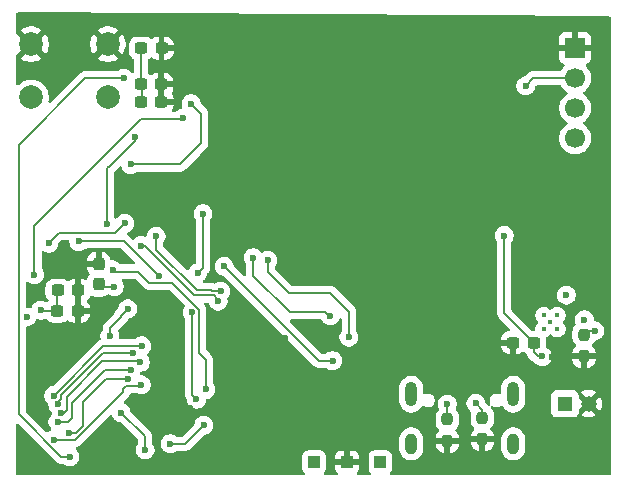
<source format=gbr>
G04 #@! TF.GenerationSoftware,KiCad,Pcbnew,9.0.7*
G04 #@! TF.CreationDate,2026-02-26T12:58:45-06:00*
G04 #@! TF.ProjectId,ImpactInsole_v1,496d7061-6374-4496-9e73-6f6c655f7631,rev?*
G04 #@! TF.SameCoordinates,Original*
G04 #@! TF.FileFunction,Copper,L2,Bot*
G04 #@! TF.FilePolarity,Positive*
%FSLAX46Y46*%
G04 Gerber Fmt 4.6, Leading zero omitted, Abs format (unit mm)*
G04 Created by KiCad (PCBNEW 9.0.7) date 2026-02-26 12:58:45*
%MOMM*%
%LPD*%
G01*
G04 APERTURE LIST*
G04 Aperture macros list*
%AMRoundRect*
0 Rectangle with rounded corners*
0 $1 Rounding radius*
0 $2 $3 $4 $5 $6 $7 $8 $9 X,Y pos of 4 corners*
0 Add a 4 corners polygon primitive as box body*
4,1,4,$2,$3,$4,$5,$6,$7,$8,$9,$2,$3,0*
0 Add four circle primitives for the rounded corners*
1,1,$1+$1,$2,$3*
1,1,$1+$1,$4,$5*
1,1,$1+$1,$6,$7*
1,1,$1+$1,$8,$9*
0 Add four rect primitives between the rounded corners*
20,1,$1+$1,$2,$3,$4,$5,0*
20,1,$1+$1,$4,$5,$6,$7,0*
20,1,$1+$1,$6,$7,$8,$9,0*
20,1,$1+$1,$8,$9,$2,$3,0*%
G04 Aperture macros list end*
G04 #@! TA.AperFunction,HeatsinkPad*
%ADD10C,0.600000*%
G04 #@! TD*
G04 #@! TA.AperFunction,ComponentPad*
%ADD11R,1.000000X1.000000*%
G04 #@! TD*
G04 #@! TA.AperFunction,ComponentPad*
%ADD12R,1.308000X1.308000*%
G04 #@! TD*
G04 #@! TA.AperFunction,ComponentPad*
%ADD13C,1.308000*%
G04 #@! TD*
G04 #@! TA.AperFunction,ComponentPad*
%ADD14R,1.700000X1.700000*%
G04 #@! TD*
G04 #@! TA.AperFunction,ComponentPad*
%ADD15C,1.700000*%
G04 #@! TD*
G04 #@! TA.AperFunction,ComponentPad*
%ADD16C,0.400000*%
G04 #@! TD*
G04 #@! TA.AperFunction,HeatsinkPad*
%ADD17O,1.000000X2.100000*%
G04 #@! TD*
G04 #@! TA.AperFunction,HeatsinkPad*
%ADD18O,1.000000X1.800000*%
G04 #@! TD*
G04 #@! TA.AperFunction,ComponentPad*
%ADD19C,2.000000*%
G04 #@! TD*
G04 #@! TA.AperFunction,SMDPad,CuDef*
%ADD20RoundRect,0.237500X-0.300000X-0.237500X0.300000X-0.237500X0.300000X0.237500X-0.300000X0.237500X0*%
G04 #@! TD*
G04 #@! TA.AperFunction,SMDPad,CuDef*
%ADD21RoundRect,0.237500X-0.237500X0.250000X-0.237500X-0.250000X0.237500X-0.250000X0.237500X0.250000X0*%
G04 #@! TD*
G04 #@! TA.AperFunction,SMDPad,CuDef*
%ADD22RoundRect,0.237500X0.237500X-0.300000X0.237500X0.300000X-0.237500X0.300000X-0.237500X-0.300000X0*%
G04 #@! TD*
G04 #@! TA.AperFunction,SMDPad,CuDef*
%ADD23RoundRect,0.237500X0.237500X-0.250000X0.237500X0.250000X-0.237500X0.250000X-0.237500X-0.250000X0*%
G04 #@! TD*
G04 #@! TA.AperFunction,SMDPad,CuDef*
%ADD24RoundRect,0.237500X0.300000X0.237500X-0.300000X0.237500X-0.300000X-0.237500X0.300000X-0.237500X0*%
G04 #@! TD*
G04 #@! TA.AperFunction,ViaPad*
%ADD25C,0.600000*%
G04 #@! TD*
G04 #@! TA.AperFunction,Conductor*
%ADD26C,0.200000*%
G04 #@! TD*
G04 APERTURE END LIST*
D10*
G04 #@! TO.P,U6,41,GND*
G04 #@! TO.N,GND*
X95170000Y-74510000D03*
X95170000Y-75910000D03*
X95870000Y-73810000D03*
X95870000Y-75210000D03*
X95870000Y-76610000D03*
X96570000Y-74510000D03*
X96570000Y-75910000D03*
X97270000Y-73810000D03*
X97270000Y-75210000D03*
X97270000Y-76610000D03*
X97970000Y-74510000D03*
X97970000Y-75910000D03*
G04 #@! TD*
D11*
G04 #@! TO.P,+5V,1,1*
G04 #@! TO.N,/MCU/VDD5V*
X108250000Y-104090000D03*
G04 #@! TD*
G04 #@! TO.P,GND,1,1*
G04 #@! TO.N,GND*
X105445000Y-104090000D03*
G04 #@! TD*
D12*
G04 #@! TO.P,J2,1,Pin_1*
G04 #@! TO.N,Net-(J2-Pin_1)*
X123880000Y-99127500D03*
D13*
G04 #@! TO.P,J2,2,Pin_2*
G04 #@! TO.N,GND*
X125880000Y-99127500D03*
G04 #@! TD*
D11*
G04 #@! TO.P,+3v3,1,1*
G04 #@! TO.N,+3V3*
X102640000Y-104090000D03*
G04 #@! TD*
D14*
G04 #@! TO.P,J4,1,Pin_1*
G04 #@! TO.N,GND*
X124740000Y-69020000D03*
D15*
G04 #@! TO.P,J4,2,Pin_2*
G04 #@! TO.N,/MCU/Rx_D*
X124740000Y-71560000D03*
G04 #@! TO.P,J4,3,Pin_3*
G04 #@! TO.N,/MCU/Tx_D*
X124740000Y-74100000D03*
G04 #@! TO.P,J4,4,Pin_4*
G04 #@! TO.N,+3V3*
X124740000Y-76640000D03*
G04 #@! TD*
D16*
G04 #@! TO.P,U5,18*
G04 #@! TO.N,N/C*
X122650000Y-92210000D03*
G04 #@! TO.P,U5,19*
X123230000Y-92790000D03*
G04 #@! TO.P,U5,20*
X122070000Y-92790000D03*
G04 #@! TO.P,U5,21*
X123230000Y-91630000D03*
G04 #@! TO.P,U5,22*
X122070000Y-91630000D03*
G04 #@! TD*
D17*
G04 #@! TO.P,J3,S1,SHIELD*
G04 #@! TO.N,unconnected-(J3-SHIELD-PadS1)*
X110860000Y-98330000D03*
D18*
G04 #@! TO.N,unconnected-(J3-SHIELD-PadS1)_3*
X110860000Y-102530000D03*
D17*
G04 #@! TO.N,unconnected-(J3-SHIELD-PadS1)_2*
X119500000Y-98330000D03*
D18*
G04 #@! TO.N,unconnected-(J3-SHIELD-PadS1)_1*
X119500000Y-102530000D03*
G04 #@! TD*
D19*
G04 #@! TO.P,SW1,1,1*
G04 #@! TO.N,GND*
X78680000Y-68690000D03*
X85180000Y-68690000D03*
G04 #@! TO.P,SW1,2,2*
G04 #@! TO.N,Net-(U6-EN)*
X78680000Y-73190000D03*
X85180000Y-73190000D03*
G04 #@! TD*
D20*
G04 #@! TO.P,C15,1*
G04 #@! TO.N,+3V3*
X80935000Y-89527500D03*
G04 #@! TO.P,C15,2*
G04 #@! TO.N,GND*
X82660000Y-89527500D03*
G04 #@! TD*
G04 #@! TO.P,C14,1*
G04 #@! TO.N,+3V3*
X80897500Y-91277500D03*
G04 #@! TO.P,C14,2*
G04 #@! TO.N,GND*
X82622500Y-91277500D03*
G04 #@! TD*
D21*
G04 #@! TO.P,R4,1*
G04 #@! TO.N,Net-(J3-CC2)*
X116880000Y-100327500D03*
G04 #@! TO.P,R4,2*
G04 #@! TO.N,GND*
X116880000Y-102152500D03*
G04 #@! TD*
D20*
G04 #@! TO.P,C17,1*
G04 #@! TO.N,+3V3*
X87977500Y-73560000D03*
G04 #@! TO.P,C17,2*
G04 #@! TO.N,GND*
X89702500Y-73560000D03*
G04 #@! TD*
D22*
G04 #@! TO.P,C13,1*
G04 #@! TO.N,+3V3*
X84410000Y-89020000D03*
G04 #@! TO.P,C13,2*
G04 #@! TO.N,GND*
X84410000Y-87295000D03*
G04 #@! TD*
D23*
G04 #@! TO.P,R7,1*
G04 #@! TO.N,GND*
X125490000Y-95102500D03*
G04 #@! TO.P,R7,2*
G04 #@! TO.N,Net-(U5-TS)*
X125490000Y-93277500D03*
G04 #@! TD*
D20*
G04 #@! TO.P,C8,1*
G04 #@! TO.N,+3V3*
X87955000Y-72080000D03*
G04 #@! TO.P,C8,2*
G04 #@! TO.N,GND*
X89680000Y-72080000D03*
G04 #@! TD*
G04 #@! TO.P,C16,1*
G04 #@! TO.N,+3V3*
X87995000Y-69020000D03*
G04 #@! TO.P,C16,2*
G04 #@! TO.N,GND*
X89720000Y-69020000D03*
G04 #@! TD*
D24*
G04 #@! TO.P,C6,1*
G04 #@! TO.N,/MCU/VDD5V*
X121222500Y-93950000D03*
G04 #@! TO.P,C6,2*
G04 #@! TO.N,GND*
X119497500Y-93950000D03*
G04 #@! TD*
D23*
G04 #@! TO.P,R3,1*
G04 #@! TO.N,GND*
X113910000Y-102282500D03*
G04 #@! TO.P,R3,2*
G04 #@! TO.N,Net-(J3-CC1)*
X113910000Y-100457500D03*
G04 #@! TD*
D25*
G04 #@! TO.N,/MCU/VDD5V*
X121960000Y-95130000D03*
X118750000Y-84890000D03*
G04 #@! TO.N,/Sensor/sense13*
X81860000Y-101590000D03*
X86910000Y-97040000D03*
G04 #@! TO.N,/Sensor/sense11*
X81224423Y-99907820D03*
X87920000Y-95620000D03*
G04 #@! TO.N,/Sensor/sense14*
X80620000Y-102160000D03*
X88017675Y-97535960D03*
G04 #@! TO.N,/Sensor/sense9*
X88050000Y-94230000D03*
X80590000Y-98440000D03*
G04 #@! TO.N,/Sensor/sense10*
X87300000Y-94830000D03*
X80932471Y-99162993D03*
G04 #@! TO.N,/Sensor/sense12*
X87130000Y-96270000D03*
X80946978Y-100658172D03*
G04 #@! TO.N,Net-(J2-Pin_1)*
X125530000Y-92030000D03*
G04 #@! TO.N,/MCU/USB_D_N*
X88009479Y-85740521D03*
X94510000Y-90440000D03*
G04 #@! TO.N,Net-(J3-CC1)*
X113910000Y-99150000D03*
G04 #@! TO.N,/MCU/USB_D_P*
X89260000Y-84940000D03*
X94720000Y-89600000D03*
G04 #@! TO.N,Net-(J3-CC2)*
X116340000Y-99090000D03*
G04 #@! TO.N,/MCU/IMU_Data*
X86620000Y-83850000D03*
X80160000Y-85540000D03*
G04 #@! TO.N,/MCU/IMU_Clk*
X82710000Y-85387500D03*
X89470000Y-88280000D03*
G04 #@! TO.N,/Sensor/Mux_Out*
X90470000Y-102520000D03*
X88330000Y-103030000D03*
X86310000Y-99880000D03*
X93290000Y-100960000D03*
G04 #@! TO.N,Net-(U5-TS)*
X126400000Y-92960000D03*
G04 #@! TO.N,+3V3*
X124000000Y-89930000D03*
X85710000Y-89210000D03*
X84410000Y-89020000D03*
X78310000Y-91790000D03*
X80935000Y-89527500D03*
X87995000Y-69020000D03*
X79490000Y-91210000D03*
G04 #@! TO.N,/MCU/S3*
X87460000Y-76530000D03*
X85590000Y-87800000D03*
X93470000Y-97920000D03*
X85130000Y-83920000D03*
G04 #@! TO.N,/MCU/S2*
X92230000Y-73720000D03*
X86870000Y-91100000D03*
X85350000Y-93380000D03*
X87110000Y-78870000D03*
G04 #@! TO.N,/MCU/S0*
X92300000Y-91400000D03*
X92810000Y-88020000D03*
X93230000Y-83050000D03*
X92680000Y-98760000D03*
G04 #@! TO.N,/MCU/ADC_CLK*
X97490000Y-86760000D03*
X104010000Y-91660000D03*
G04 #@! TO.N,GND*
X94730000Y-93420000D03*
X126110000Y-96910000D03*
X111990000Y-95950000D03*
X83580000Y-102620000D03*
X91340000Y-67520000D03*
X100150000Y-93540000D03*
X92100000Y-99470000D03*
X121520000Y-89640000D03*
X102430000Y-100130000D03*
X95400000Y-103470000D03*
X82660000Y-89527500D03*
X108530000Y-67580000D03*
X117670000Y-95630000D03*
X93820000Y-104280000D03*
X78090000Y-104250000D03*
X122810000Y-95140000D03*
X125140000Y-90700000D03*
X112580000Y-89910000D03*
G04 #@! TO.N,/MCU/ADC_CS*
X95020000Y-87480000D03*
X104200000Y-95490000D03*
G04 #@! TO.N,/MCU/ADC_SDATA*
X105590000Y-93490000D03*
X98720000Y-86990000D03*
G04 #@! TO.N,/MCU/IMU_INT*
X91520000Y-74950000D03*
X78960000Y-88190000D03*
G04 #@! TO.N,/MCU/S1*
X86520000Y-71580000D03*
X81970000Y-103620000D03*
G04 #@! TO.N,/MCU/Rx_D*
X120550000Y-72220000D03*
G04 #@! TD*
D26*
G04 #@! TO.N,/MCU/VDD5V*
X121222500Y-94762500D02*
X121590000Y-95130000D01*
X121590000Y-95130000D02*
X121960000Y-95130000D01*
X121222500Y-93950000D02*
X121222500Y-94762500D01*
X121222500Y-93950000D02*
X118750000Y-91477500D01*
X118750000Y-91477500D02*
X118750000Y-84890000D01*
G04 #@! TO.N,/Sensor/sense13*
X85050000Y-97040000D02*
X83080000Y-99010000D01*
X83080000Y-100980000D02*
X82470000Y-101590000D01*
X83080000Y-99010000D02*
X83080000Y-100980000D01*
X82470000Y-101590000D02*
X81860000Y-101590000D01*
X86910000Y-97040000D02*
X85050000Y-97040000D01*
G04 #@! TO.N,/Sensor/sense11*
X81700000Y-98560000D02*
X84710000Y-95550000D01*
X81224423Y-99907820D02*
X81482180Y-99907820D01*
X84710000Y-95550000D02*
X87850000Y-95550000D01*
X81700000Y-99690000D02*
X81700000Y-98560000D01*
X87850000Y-95550000D02*
X87920000Y-95620000D01*
X81482180Y-99907820D02*
X81700000Y-99690000D01*
G04 #@! TO.N,/Sensor/sense14*
X86450000Y-97920000D02*
X86450000Y-98177100D01*
X86450000Y-98177100D02*
X82436100Y-102191000D01*
X80651000Y-102191000D02*
X80620000Y-102160000D01*
X86730000Y-97640000D02*
X86450000Y-97920000D01*
X87913635Y-97640000D02*
X86730000Y-97640000D01*
X82436100Y-102191000D02*
X80651000Y-102191000D01*
X88017675Y-97535960D02*
X87913635Y-97640000D01*
G04 #@! TO.N,/Sensor/sense9*
X84800000Y-94230000D02*
X88050000Y-94230000D01*
X80590000Y-98440000D02*
X84800000Y-94230000D01*
G04 #@! TO.N,/Sensor/sense10*
X81191000Y-98688943D02*
X81191000Y-98406100D01*
X81457100Y-98140000D02*
X81470000Y-98140000D01*
X84780000Y-94830000D02*
X87300000Y-94830000D01*
X81470000Y-98140000D02*
X84780000Y-94830000D01*
X80932471Y-99162993D02*
X80932471Y-98947472D01*
X80932471Y-98947472D02*
X81191000Y-98688943D01*
X81191000Y-98406100D02*
X81457100Y-98140000D01*
G04 #@! TO.N,/Sensor/sense12*
X82100000Y-99100000D02*
X82100000Y-100320000D01*
X81761828Y-100658172D02*
X80946978Y-100658172D01*
X87130000Y-96270000D02*
X87100000Y-96300000D01*
X84900000Y-96300000D02*
X82100000Y-99100000D01*
X87100000Y-96300000D02*
X84900000Y-96300000D01*
X82100000Y-100320000D02*
X81761828Y-100658172D01*
G04 #@! TO.N,/MCU/USB_D_N*
X94145331Y-89960980D02*
X92512781Y-89960980D01*
X92512781Y-89960980D02*
X88292322Y-85740521D01*
X94510000Y-90440000D02*
X94510000Y-90325649D01*
X94510000Y-90325649D02*
X94145331Y-89960980D01*
X88292322Y-85740521D02*
X88009479Y-85740521D01*
G04 #@! TO.N,Net-(J3-CC1)*
X113910000Y-99150000D02*
X113910000Y-100457500D01*
G04 #@! TO.N,/MCU/USB_D_P*
X94351451Y-89600000D02*
X94311431Y-89559980D01*
X93958943Y-89511000D02*
X92699199Y-89511000D01*
X89260000Y-86071801D02*
X89260000Y-84940000D01*
X94007923Y-89559980D02*
X93958943Y-89511000D01*
X94311431Y-89559980D02*
X94007923Y-89559980D01*
X94720000Y-89600000D02*
X94351451Y-89600000D01*
X92699199Y-89511000D02*
X89260000Y-86071801D01*
G04 #@! TO.N,Net-(J3-CC2)*
X116880000Y-99630000D02*
X116880000Y-100327500D01*
X116340000Y-99090000D02*
X116880000Y-99630000D01*
G04 #@! TO.N,/MCU/IMU_Data*
X85800000Y-84670000D02*
X81030000Y-84670000D01*
X86620000Y-83850000D02*
X85800000Y-84670000D01*
X81030000Y-84670000D02*
X80160000Y-85540000D01*
G04 #@! TO.N,/MCU/IMU_Clk*
X86550000Y-85360000D02*
X89470000Y-88280000D01*
X82710000Y-85387500D02*
X83250000Y-85387500D01*
X83250000Y-85387500D02*
X83277500Y-85360000D01*
X83277500Y-85360000D02*
X86550000Y-85360000D01*
G04 #@! TO.N,/Sensor/Mux_Out*
X93290000Y-100960000D02*
X91730000Y-102520000D01*
X88330000Y-101900000D02*
X88330000Y-103030000D01*
X91730000Y-102520000D02*
X90470000Y-102520000D01*
X86310000Y-99880000D02*
X88330000Y-101900000D01*
G04 #@! TO.N,Net-(U5-TS)*
X126400000Y-92960000D02*
X125807500Y-92960000D01*
X125807500Y-92960000D02*
X125490000Y-93277500D01*
G04 #@! TO.N,+3V3*
X88047500Y-72172500D02*
X87955000Y-72080000D01*
X80897500Y-89565000D02*
X80935000Y-89527500D01*
X87995000Y-69020000D02*
X87995000Y-72040000D01*
X84600000Y-89210000D02*
X84410000Y-89020000D01*
X85710000Y-89210000D02*
X84600000Y-89210000D01*
X80897500Y-91277500D02*
X80897500Y-89565000D01*
X87977500Y-73560000D02*
X87977500Y-73932500D01*
X79557500Y-91277500D02*
X79490000Y-91210000D01*
X80897500Y-91277500D02*
X79557500Y-91277500D01*
X87995000Y-72040000D02*
X87955000Y-72080000D01*
X88047500Y-73490000D02*
X88047500Y-72172500D01*
G04 #@! TO.N,/MCU/S3*
X85130000Y-83920000D02*
X85130000Y-79210000D01*
X85130000Y-79210000D02*
X85380000Y-78960000D01*
X93470000Y-95390000D02*
X92901735Y-94821735D01*
X92901735Y-94455290D02*
X92902735Y-94454290D01*
X92902735Y-91152792D02*
X90630943Y-88881000D01*
X93470000Y-97920000D02*
X93470000Y-95390000D01*
X92902735Y-94454290D02*
X92902735Y-91152792D01*
X85380000Y-78960000D02*
X87460000Y-76880000D01*
X87740000Y-87940000D02*
X85730000Y-87940000D01*
X85730000Y-87940000D02*
X85590000Y-87800000D01*
X88681000Y-88881000D02*
X87740000Y-87940000D01*
X87460000Y-76880000D02*
X87460000Y-76530000D01*
X90630943Y-88881000D02*
X88681000Y-88881000D01*
X92901735Y-94821735D02*
X92901735Y-94455290D01*
G04 #@! TO.N,/MCU/S2*
X87110000Y-78870000D02*
X91290000Y-78870000D01*
X86870000Y-91100000D02*
X86290000Y-91680000D01*
X93071000Y-74561000D02*
X92230000Y-73720000D01*
X85350000Y-92730000D02*
X85350000Y-93380000D01*
X86290000Y-91790000D02*
X85350000Y-92730000D01*
X93071000Y-77089000D02*
X93071000Y-74561000D01*
X91290000Y-78870000D02*
X92480000Y-77680000D01*
X92480000Y-77680000D02*
X93071000Y-77089000D01*
X86290000Y-91680000D02*
X86290000Y-91790000D01*
G04 #@! TO.N,/MCU/S0*
X93230000Y-83050000D02*
X93230000Y-87600000D01*
X92300000Y-91400000D02*
X92300000Y-94203612D01*
X93230000Y-87600000D02*
X92810000Y-88020000D01*
X92300000Y-94203612D02*
X92320000Y-94223612D01*
X92320000Y-98400000D02*
X92680000Y-98760000D01*
X92320000Y-94223612D02*
X92320000Y-98400000D01*
G04 #@! TO.N,/MCU/ADC_CLK*
X100600000Y-91390000D02*
X97490000Y-88280000D01*
X104010000Y-91660000D02*
X103870000Y-91660000D01*
X97490000Y-88280000D02*
X97490000Y-86760000D01*
X103870000Y-91660000D02*
X103600000Y-91390000D01*
X103600000Y-91390000D02*
X100600000Y-91390000D01*
G04 #@! TO.N,/MCU/ADC_CS*
X103030000Y-95490000D02*
X95020000Y-87480000D01*
X104200000Y-95490000D02*
X103030000Y-95490000D01*
G04 #@! TO.N,/MCU/ADC_SDATA*
X104060000Y-89820000D02*
X104000000Y-89760000D01*
X98720000Y-87940000D02*
X98720000Y-86990000D01*
X100540000Y-89760000D02*
X98720000Y-87940000D01*
X104000000Y-89760000D02*
X100540000Y-89760000D01*
X105590000Y-91350000D02*
X104060000Y-89820000D01*
X105590000Y-93490000D02*
X105590000Y-91350000D01*
G04 #@! TO.N,/MCU/IMU_INT*
X91430000Y-75040000D02*
X87980000Y-75040000D01*
X91520000Y-74950000D02*
X91430000Y-75040000D01*
X87980000Y-75040000D02*
X78960000Y-84060000D01*
X78960000Y-84060000D02*
X78960000Y-88190000D01*
G04 #@! TO.N,/MCU/S1*
X81970000Y-103620000D02*
X81230057Y-103620000D01*
X83250000Y-71580000D02*
X86520000Y-71580000D01*
X77630000Y-100019943D02*
X77630000Y-77200000D01*
X77630000Y-77200000D02*
X83250000Y-71580000D01*
X81230057Y-103620000D02*
X77630000Y-100019943D01*
G04 #@! TO.N,/MCU/Rx_D*
X120550000Y-72220000D02*
X121210000Y-71560000D01*
X121210000Y-71560000D02*
X124740000Y-71560000D01*
G04 #@! TD*
G04 #@! TA.AperFunction,Conductor*
G04 #@! TO.N,GND*
G36*
X127646323Y-66336394D02*
G01*
X127713230Y-66356522D01*
X127758633Y-66409629D01*
X127769500Y-66460391D01*
X127769500Y-105055500D01*
X127749815Y-105122539D01*
X127697011Y-105168294D01*
X127645500Y-105179500D01*
X109170252Y-105179500D01*
X109103213Y-105159815D01*
X109057458Y-105107011D01*
X109047514Y-105037853D01*
X109076539Y-104974297D01*
X109095940Y-104956234D01*
X109107546Y-104947546D01*
X109193796Y-104832331D01*
X109244091Y-104697483D01*
X109250500Y-104637873D01*
X109250499Y-103542128D01*
X109244091Y-103482517D01*
X109214776Y-103403920D01*
X109193797Y-103347671D01*
X109193793Y-103347664D01*
X109107547Y-103232455D01*
X109107544Y-103232452D01*
X108992335Y-103146206D01*
X108992328Y-103146202D01*
X108857482Y-103095908D01*
X108857483Y-103095908D01*
X108797883Y-103089501D01*
X108797881Y-103089500D01*
X108797873Y-103089500D01*
X108797864Y-103089500D01*
X107702129Y-103089500D01*
X107702123Y-103089501D01*
X107642516Y-103095908D01*
X107507671Y-103146202D01*
X107507664Y-103146206D01*
X107392455Y-103232452D01*
X107392452Y-103232455D01*
X107306206Y-103347664D01*
X107306202Y-103347671D01*
X107255908Y-103482517D01*
X107249604Y-103541158D01*
X107249501Y-103542123D01*
X107249500Y-103542135D01*
X107249500Y-104637870D01*
X107249501Y-104637876D01*
X107255908Y-104697483D01*
X107306202Y-104832328D01*
X107306206Y-104832335D01*
X107392452Y-104947544D01*
X107392453Y-104947544D01*
X107392454Y-104947546D01*
X107404060Y-104956234D01*
X107445930Y-105012168D01*
X107450914Y-105081860D01*
X107417428Y-105143182D01*
X107356105Y-105176667D01*
X107329748Y-105179500D01*
X106364418Y-105179500D01*
X106297379Y-105159815D01*
X106251624Y-105107011D01*
X106241680Y-105037853D01*
X106270705Y-104974297D01*
X106290107Y-104956234D01*
X106302187Y-104947190D01*
X106302190Y-104947187D01*
X106388350Y-104832093D01*
X106388354Y-104832086D01*
X106438596Y-104697379D01*
X106438598Y-104697372D01*
X106444999Y-104637844D01*
X106445000Y-104637827D01*
X106445000Y-104340000D01*
X105494728Y-104340000D01*
X105586614Y-104301940D01*
X105656940Y-104231614D01*
X105695000Y-104139728D01*
X105695000Y-104040272D01*
X105656940Y-103948386D01*
X105586614Y-103878060D01*
X105494728Y-103840000D01*
X105695000Y-103840000D01*
X106445000Y-103840000D01*
X106445000Y-103542172D01*
X106444999Y-103542155D01*
X106438598Y-103482627D01*
X106438596Y-103482620D01*
X106388354Y-103347913D01*
X106388350Y-103347906D01*
X106302190Y-103232812D01*
X106302187Y-103232809D01*
X106187093Y-103146649D01*
X106187086Y-103146645D01*
X106052379Y-103096403D01*
X106052372Y-103096401D01*
X105992844Y-103090000D01*
X105695000Y-103090000D01*
X105695000Y-103840000D01*
X105494728Y-103840000D01*
X105395272Y-103840000D01*
X105303386Y-103878060D01*
X105233060Y-103948386D01*
X105195000Y-104040272D01*
X105195000Y-104139728D01*
X105233060Y-104231614D01*
X105303386Y-104301940D01*
X105395272Y-104340000D01*
X104445000Y-104340000D01*
X104445000Y-104637844D01*
X104451401Y-104697372D01*
X104451403Y-104697379D01*
X104501645Y-104832086D01*
X104501649Y-104832093D01*
X104587809Y-104947187D01*
X104587812Y-104947190D01*
X104599893Y-104956234D01*
X104641764Y-105012168D01*
X104646748Y-105081859D01*
X104613262Y-105143182D01*
X104551939Y-105176666D01*
X104525582Y-105179500D01*
X103560252Y-105179500D01*
X103493213Y-105159815D01*
X103447458Y-105107011D01*
X103437514Y-105037853D01*
X103466539Y-104974297D01*
X103485940Y-104956234D01*
X103497546Y-104947546D01*
X103583796Y-104832331D01*
X103634091Y-104697483D01*
X103640500Y-104637873D01*
X103640499Y-103542155D01*
X104445000Y-103542155D01*
X104445000Y-103840000D01*
X105195000Y-103840000D01*
X105195000Y-103090000D01*
X104897155Y-103090000D01*
X104837627Y-103096401D01*
X104837620Y-103096403D01*
X104702913Y-103146645D01*
X104702906Y-103146649D01*
X104587812Y-103232809D01*
X104587809Y-103232812D01*
X104501649Y-103347906D01*
X104501645Y-103347913D01*
X104451403Y-103482620D01*
X104451401Y-103482627D01*
X104445000Y-103542155D01*
X103640499Y-103542155D01*
X103640499Y-103542128D01*
X103634091Y-103482517D01*
X103604776Y-103403920D01*
X103583797Y-103347671D01*
X103583793Y-103347664D01*
X103497547Y-103232455D01*
X103497544Y-103232452D01*
X103382335Y-103146206D01*
X103382328Y-103146202D01*
X103247482Y-103095908D01*
X103247483Y-103095908D01*
X103187883Y-103089501D01*
X103187881Y-103089500D01*
X103187873Y-103089500D01*
X103187864Y-103089500D01*
X102092129Y-103089500D01*
X102092123Y-103089501D01*
X102032516Y-103095908D01*
X101897671Y-103146202D01*
X101897664Y-103146206D01*
X101782455Y-103232452D01*
X101782452Y-103232455D01*
X101696206Y-103347664D01*
X101696202Y-103347671D01*
X101645908Y-103482517D01*
X101639604Y-103541158D01*
X101639501Y-103542123D01*
X101639500Y-103542135D01*
X101639500Y-104637870D01*
X101639501Y-104637876D01*
X101645908Y-104697483D01*
X101696202Y-104832328D01*
X101696206Y-104832335D01*
X101782452Y-104947544D01*
X101782453Y-104947544D01*
X101782454Y-104947546D01*
X101794060Y-104956234D01*
X101835930Y-105012168D01*
X101840914Y-105081860D01*
X101807428Y-105143182D01*
X101746105Y-105176667D01*
X101719748Y-105179500D01*
X77534500Y-105179500D01*
X77467461Y-105159815D01*
X77421706Y-105107011D01*
X77410500Y-105055500D01*
X77410500Y-100949040D01*
X77430185Y-100882001D01*
X77482989Y-100836246D01*
X77552147Y-100826302D01*
X77615703Y-100855327D01*
X77622181Y-100861359D01*
X80745196Y-103984374D01*
X80745206Y-103984385D01*
X80749536Y-103988715D01*
X80749537Y-103988716D01*
X80861341Y-104100520D01*
X80861343Y-104100521D01*
X80861347Y-104100524D01*
X80998266Y-104179573D01*
X80998273Y-104179577D01*
X81110076Y-104209534D01*
X81150999Y-104220500D01*
X81151000Y-104220500D01*
X81390234Y-104220500D01*
X81457273Y-104240185D01*
X81459125Y-104241398D01*
X81590814Y-104329390D01*
X81590827Y-104329397D01*
X81736498Y-104389735D01*
X81736503Y-104389737D01*
X81891153Y-104420499D01*
X81891156Y-104420500D01*
X81891158Y-104420500D01*
X82048844Y-104420500D01*
X82048845Y-104420499D01*
X82203497Y-104389737D01*
X82349179Y-104329394D01*
X82480289Y-104241789D01*
X82591789Y-104130289D01*
X82679394Y-103999179D01*
X82739737Y-103853497D01*
X82770500Y-103698842D01*
X82770500Y-103541158D01*
X82770500Y-103541155D01*
X82770499Y-103541153D01*
X82758856Y-103482620D01*
X82739737Y-103386503D01*
X82723750Y-103347906D01*
X82679397Y-103240827D01*
X82679390Y-103240814D01*
X82591789Y-103109711D01*
X82591786Y-103109707D01*
X82476499Y-102994420D01*
X82443014Y-102933097D01*
X82447998Y-102863405D01*
X82489870Y-102807472D01*
X82532082Y-102786965D01*
X82667885Y-102750577D01*
X82738609Y-102709744D01*
X82804816Y-102671520D01*
X82916620Y-102559716D01*
X82916620Y-102559714D01*
X82926824Y-102549511D01*
X82926828Y-102549506D01*
X85357073Y-100119260D01*
X85418394Y-100085777D01*
X85488086Y-100090761D01*
X85544019Y-100132633D01*
X85559313Y-100159490D01*
X85600604Y-100259175D01*
X85600609Y-100259185D01*
X85688210Y-100390288D01*
X85688213Y-100390292D01*
X85799707Y-100501786D01*
X85799711Y-100501789D01*
X85930814Y-100589390D01*
X85930827Y-100589397D01*
X86076498Y-100649735D01*
X86076503Y-100649737D01*
X86141147Y-100662595D01*
X86231849Y-100680638D01*
X86293760Y-100713023D01*
X86295339Y-100714574D01*
X87693181Y-102112416D01*
X87726666Y-102173739D01*
X87729500Y-102200097D01*
X87729500Y-102450234D01*
X87709815Y-102517273D01*
X87708602Y-102519125D01*
X87620609Y-102650814D01*
X87620602Y-102650827D01*
X87560264Y-102796498D01*
X87560261Y-102796510D01*
X87529500Y-102951153D01*
X87529500Y-103108846D01*
X87560261Y-103263489D01*
X87560264Y-103263501D01*
X87620602Y-103409172D01*
X87620609Y-103409185D01*
X87708210Y-103540288D01*
X87708213Y-103540292D01*
X87819707Y-103651786D01*
X87819711Y-103651789D01*
X87950814Y-103739390D01*
X87950827Y-103739397D01*
X88096498Y-103799735D01*
X88096503Y-103799737D01*
X88251153Y-103830499D01*
X88251156Y-103830500D01*
X88251158Y-103830500D01*
X88408844Y-103830500D01*
X88408845Y-103830499D01*
X88563497Y-103799737D01*
X88709179Y-103739394D01*
X88840289Y-103651789D01*
X88951789Y-103540289D01*
X89039394Y-103409179D01*
X89099737Y-103263497D01*
X89130500Y-103108842D01*
X89130500Y-102951158D01*
X89130500Y-102951155D01*
X89130499Y-102951153D01*
X89118079Y-102888713D01*
X89099737Y-102796503D01*
X89081925Y-102753501D01*
X89039397Y-102650827D01*
X89039390Y-102650814D01*
X88951398Y-102519125D01*
X88945747Y-102501078D01*
X88935523Y-102485169D01*
X88931071Y-102454207D01*
X88930520Y-102452447D01*
X88930500Y-102450234D01*
X88930500Y-102441153D01*
X89669500Y-102441153D01*
X89669500Y-102598846D01*
X89700261Y-102753489D01*
X89700264Y-102753501D01*
X89760602Y-102899172D01*
X89760609Y-102899185D01*
X89848210Y-103030288D01*
X89848213Y-103030292D01*
X89959707Y-103141786D01*
X89959711Y-103141789D01*
X90090814Y-103229390D01*
X90090827Y-103229397D01*
X90236498Y-103289735D01*
X90236503Y-103289737D01*
X90391153Y-103320499D01*
X90391156Y-103320500D01*
X90391158Y-103320500D01*
X90548844Y-103320500D01*
X90548845Y-103320499D01*
X90703497Y-103289737D01*
X90821592Y-103240821D01*
X90849172Y-103229397D01*
X90849172Y-103229396D01*
X90849179Y-103229394D01*
X90973016Y-103146649D01*
X90980875Y-103141398D01*
X91047553Y-103120520D01*
X91049766Y-103120500D01*
X91643331Y-103120500D01*
X91643347Y-103120501D01*
X91650943Y-103120501D01*
X91809054Y-103120501D01*
X91809057Y-103120501D01*
X91961785Y-103079577D01*
X92024211Y-103043535D01*
X92050178Y-103028543D01*
X109859499Y-103028543D01*
X109897947Y-103221829D01*
X109897950Y-103221839D01*
X109973364Y-103403907D01*
X109973371Y-103403920D01*
X110082860Y-103567781D01*
X110082863Y-103567785D01*
X110222214Y-103707136D01*
X110222218Y-103707139D01*
X110386079Y-103816628D01*
X110386092Y-103816635D01*
X110475096Y-103853501D01*
X110568165Y-103892051D01*
X110568169Y-103892051D01*
X110568170Y-103892052D01*
X110761456Y-103930500D01*
X110761459Y-103930500D01*
X110958543Y-103930500D01*
X111088582Y-103904632D01*
X111151835Y-103892051D01*
X111333914Y-103816632D01*
X111497782Y-103707139D01*
X111637139Y-103567782D01*
X111746632Y-103403914D01*
X111822051Y-103221835D01*
X111848374Y-103089501D01*
X111860500Y-103028543D01*
X111860500Y-102581654D01*
X112935001Y-102581654D01*
X112945319Y-102682652D01*
X112999546Y-102846300D01*
X112999551Y-102846311D01*
X113090052Y-102993034D01*
X113090055Y-102993038D01*
X113211961Y-103114944D01*
X113211965Y-103114947D01*
X113358688Y-103205448D01*
X113358699Y-103205453D01*
X113522347Y-103259680D01*
X113623352Y-103269999D01*
X113660000Y-103269999D01*
X114160000Y-103269999D01*
X114196640Y-103269999D01*
X114196654Y-103269998D01*
X114297652Y-103259680D01*
X114461300Y-103205453D01*
X114461311Y-103205448D01*
X114608034Y-103114947D01*
X114608038Y-103114944D01*
X114729944Y-102993038D01*
X114729947Y-102993034D01*
X114820448Y-102846311D01*
X114820453Y-102846300D01*
X114874680Y-102682652D01*
X114884999Y-102581654D01*
X114885000Y-102581641D01*
X114885000Y-102532500D01*
X114160000Y-102532500D01*
X114160000Y-103269999D01*
X113660000Y-103269999D01*
X113660000Y-102532500D01*
X112935001Y-102532500D01*
X112935001Y-102581654D01*
X111860500Y-102581654D01*
X111860500Y-102451654D01*
X115905001Y-102451654D01*
X115915319Y-102552652D01*
X115969546Y-102716300D01*
X115969551Y-102716311D01*
X116060052Y-102863034D01*
X116060055Y-102863038D01*
X116181961Y-102984944D01*
X116181965Y-102984947D01*
X116328688Y-103075448D01*
X116328699Y-103075453D01*
X116492347Y-103129680D01*
X116593352Y-103139999D01*
X116630000Y-103139999D01*
X117130000Y-103139999D01*
X117166640Y-103139999D01*
X117166654Y-103139998D01*
X117267652Y-103129680D01*
X117431300Y-103075453D01*
X117431311Y-103075448D01*
X117507355Y-103028543D01*
X118499499Y-103028543D01*
X118537947Y-103221829D01*
X118537950Y-103221839D01*
X118613364Y-103403907D01*
X118613371Y-103403920D01*
X118722860Y-103567781D01*
X118722863Y-103567785D01*
X118862214Y-103707136D01*
X118862218Y-103707139D01*
X119026079Y-103816628D01*
X119026092Y-103816635D01*
X119115096Y-103853501D01*
X119208165Y-103892051D01*
X119208169Y-103892051D01*
X119208170Y-103892052D01*
X119401456Y-103930500D01*
X119401459Y-103930500D01*
X119598543Y-103930500D01*
X119728582Y-103904632D01*
X119791835Y-103892051D01*
X119973914Y-103816632D01*
X120137782Y-103707139D01*
X120277139Y-103567782D01*
X120386632Y-103403914D01*
X120462051Y-103221835D01*
X120488374Y-103089501D01*
X120500500Y-103028543D01*
X120500500Y-102031456D01*
X120462052Y-101838170D01*
X120462051Y-101838169D01*
X120462051Y-101838165D01*
X120454918Y-101820945D01*
X120386635Y-101656092D01*
X120386628Y-101656079D01*
X120277139Y-101492218D01*
X120277136Y-101492214D01*
X120137785Y-101352863D01*
X120137781Y-101352860D01*
X119973920Y-101243371D01*
X119973907Y-101243364D01*
X119791839Y-101167950D01*
X119791829Y-101167947D01*
X119598543Y-101129500D01*
X119598541Y-101129500D01*
X119401459Y-101129500D01*
X119401457Y-101129500D01*
X119208170Y-101167947D01*
X119208160Y-101167950D01*
X119026092Y-101243364D01*
X119026079Y-101243371D01*
X118862218Y-101352860D01*
X118862214Y-101352863D01*
X118722863Y-101492214D01*
X118722860Y-101492218D01*
X118613371Y-101656079D01*
X118613364Y-101656092D01*
X118537950Y-101838160D01*
X118537947Y-101838170D01*
X118499500Y-102031456D01*
X118499500Y-102031459D01*
X118499500Y-103028541D01*
X118499500Y-103028543D01*
X118499499Y-103028543D01*
X117507355Y-103028543D01*
X117578034Y-102984947D01*
X117578038Y-102984944D01*
X117699944Y-102863038D01*
X117699947Y-102863034D01*
X117790448Y-102716311D01*
X117790453Y-102716300D01*
X117844680Y-102552652D01*
X117854999Y-102451654D01*
X117855000Y-102451641D01*
X117855000Y-102402500D01*
X117130000Y-102402500D01*
X117130000Y-103139999D01*
X116630000Y-103139999D01*
X116630000Y-102402500D01*
X115905001Y-102402500D01*
X115905001Y-102451654D01*
X111860500Y-102451654D01*
X111860500Y-102031456D01*
X111822052Y-101838170D01*
X111822051Y-101838169D01*
X111822051Y-101838165D01*
X111814918Y-101820945D01*
X111746635Y-101656092D01*
X111746628Y-101656079D01*
X111637139Y-101492218D01*
X111637136Y-101492214D01*
X111497785Y-101352863D01*
X111497781Y-101352860D01*
X111333920Y-101243371D01*
X111333907Y-101243364D01*
X111151839Y-101167950D01*
X111151829Y-101167947D01*
X110958543Y-101129500D01*
X110958541Y-101129500D01*
X110761459Y-101129500D01*
X110761457Y-101129500D01*
X110568170Y-101167947D01*
X110568160Y-101167950D01*
X110386092Y-101243364D01*
X110386079Y-101243371D01*
X110222218Y-101352860D01*
X110222214Y-101352863D01*
X110082863Y-101492214D01*
X110082860Y-101492218D01*
X109973371Y-101656079D01*
X109973364Y-101656092D01*
X109897950Y-101838160D01*
X109897947Y-101838170D01*
X109859500Y-102031456D01*
X109859500Y-102031459D01*
X109859500Y-103028541D01*
X109859500Y-103028543D01*
X109859499Y-103028543D01*
X92050178Y-103028543D01*
X92098716Y-103000520D01*
X92210520Y-102888716D01*
X92210520Y-102888714D01*
X92220724Y-102878511D01*
X92220727Y-102878506D01*
X93304662Y-101794572D01*
X93365983Y-101761089D01*
X93368150Y-101760638D01*
X93426085Y-101749113D01*
X93523497Y-101729737D01*
X93669179Y-101669394D01*
X93800289Y-101581789D01*
X93911789Y-101470289D01*
X93999394Y-101339179D01*
X94059737Y-101193497D01*
X94090500Y-101038842D01*
X94090500Y-100881158D01*
X94090500Y-100881155D01*
X94090499Y-100881153D01*
X94065737Y-100756669D01*
X94059737Y-100726503D01*
X94054796Y-100714574D01*
X93999397Y-100580827D01*
X93999390Y-100580814D01*
X93911789Y-100449711D01*
X93911786Y-100449707D01*
X93800292Y-100338213D01*
X93800288Y-100338210D01*
X93680647Y-100258268D01*
X93669185Y-100250609D01*
X93669172Y-100250602D01*
X93523501Y-100190264D01*
X93523489Y-100190261D01*
X93368845Y-100159500D01*
X93368842Y-100159500D01*
X93211158Y-100159500D01*
X93211155Y-100159500D01*
X93056510Y-100190261D01*
X93056498Y-100190264D01*
X92910827Y-100250602D01*
X92910814Y-100250609D01*
X92779711Y-100338210D01*
X92779707Y-100338213D01*
X92668213Y-100449707D01*
X92668210Y-100449711D01*
X92580609Y-100580814D01*
X92580602Y-100580827D01*
X92520264Y-100726498D01*
X92520261Y-100726508D01*
X92489361Y-100881850D01*
X92456976Y-100943761D01*
X92455425Y-100945339D01*
X91517584Y-101883181D01*
X91456261Y-101916666D01*
X91429903Y-101919500D01*
X91049766Y-101919500D01*
X90982727Y-101899815D01*
X90980875Y-101898602D01*
X90849185Y-101810609D01*
X90849172Y-101810602D01*
X90703501Y-101750264D01*
X90703489Y-101750261D01*
X90548845Y-101719500D01*
X90548842Y-101719500D01*
X90391158Y-101719500D01*
X90391155Y-101719500D01*
X90236510Y-101750261D01*
X90236498Y-101750264D01*
X90090827Y-101810602D01*
X90090814Y-101810609D01*
X89959711Y-101898210D01*
X89959707Y-101898213D01*
X89848213Y-102009707D01*
X89848210Y-102009711D01*
X89760609Y-102140814D01*
X89760602Y-102140827D01*
X89700264Y-102286498D01*
X89700261Y-102286510D01*
X89669500Y-102441153D01*
X88930500Y-102441153D01*
X88930500Y-101820945D01*
X88930500Y-101820943D01*
X88889577Y-101668216D01*
X88846911Y-101594315D01*
X88810524Y-101531290D01*
X88810521Y-101531286D01*
X88810520Y-101531284D01*
X88698716Y-101419480D01*
X88698715Y-101419479D01*
X88694385Y-101415149D01*
X88694374Y-101415139D01*
X87437563Y-100158328D01*
X112934500Y-100158328D01*
X112934500Y-100756669D01*
X112934501Y-100756687D01*
X112944825Y-100857752D01*
X112956066Y-100891673D01*
X112999092Y-101021516D01*
X113089413Y-101167950D01*
X113089661Y-101168351D01*
X113203982Y-101282672D01*
X113237467Y-101343995D01*
X113232483Y-101413687D01*
X113203983Y-101458034D01*
X113090052Y-101571965D01*
X112999551Y-101718688D01*
X112999546Y-101718699D01*
X112945319Y-101882347D01*
X112935000Y-101983345D01*
X112935000Y-102032500D01*
X114884999Y-102032500D01*
X114884999Y-101983360D01*
X114884998Y-101983345D01*
X114874680Y-101882347D01*
X114820453Y-101718699D01*
X114820448Y-101718688D01*
X114729947Y-101571965D01*
X114729944Y-101571961D01*
X114616017Y-101458034D01*
X114582532Y-101396711D01*
X114587516Y-101327019D01*
X114616013Y-101282676D01*
X114730340Y-101168350D01*
X114820908Y-101021516D01*
X114875174Y-100857753D01*
X114885500Y-100756677D01*
X114885499Y-100158324D01*
X114884432Y-100147883D01*
X114875174Y-100057247D01*
X114865586Y-100028312D01*
X114820908Y-99893484D01*
X114730340Y-99746650D01*
X114646780Y-99663090D01*
X114613295Y-99601767D01*
X114618279Y-99532075D01*
X114619888Y-99527984D01*
X114679737Y-99383497D01*
X114710500Y-99228842D01*
X114710500Y-99071158D01*
X114710500Y-99071155D01*
X114710499Y-99071153D01*
X114702166Y-99029257D01*
X114698565Y-99011153D01*
X115539500Y-99011153D01*
X115539500Y-99168846D01*
X115570261Y-99323489D01*
X115570264Y-99323501D01*
X115630602Y-99469172D01*
X115630609Y-99469185D01*
X115718210Y-99600288D01*
X115718213Y-99600292D01*
X115829708Y-99711787D01*
X115829711Y-99711789D01*
X115879330Y-99744944D01*
X115924136Y-99798556D01*
X115932843Y-99867880D01*
X115928146Y-99887048D01*
X115914828Y-99927239D01*
X115914825Y-99927253D01*
X115904500Y-100028315D01*
X115904500Y-100626669D01*
X115904501Y-100626687D01*
X115914825Y-100727752D01*
X115947482Y-100826302D01*
X115969092Y-100891516D01*
X116059039Y-101037344D01*
X116059661Y-101038351D01*
X116173982Y-101152672D01*
X116207467Y-101213995D01*
X116202483Y-101283687D01*
X116173983Y-101328034D01*
X116060052Y-101441965D01*
X115969551Y-101588688D01*
X115969546Y-101588699D01*
X115915319Y-101752347D01*
X115905000Y-101853345D01*
X115905000Y-101902500D01*
X117854999Y-101902500D01*
X117854999Y-101853360D01*
X117854998Y-101853345D01*
X117844680Y-101752347D01*
X117790453Y-101588699D01*
X117790448Y-101588688D01*
X117699947Y-101441965D01*
X117699944Y-101441961D01*
X117586017Y-101328034D01*
X117552532Y-101266711D01*
X117557516Y-101197019D01*
X117586013Y-101152676D01*
X117700340Y-101038350D01*
X117790908Y-100891516D01*
X117845174Y-100727753D01*
X117855500Y-100626677D01*
X117855499Y-100028324D01*
X117855040Y-100023835D01*
X117845174Y-99927247D01*
X117840846Y-99914185D01*
X117790908Y-99763484D01*
X117700340Y-99616650D01*
X117619762Y-99536072D01*
X117586277Y-99474749D01*
X117591261Y-99405057D01*
X117633133Y-99349124D01*
X117698597Y-99324707D01*
X117766870Y-99339559D01*
X117769417Y-99340989D01*
X117819158Y-99369707D01*
X117840084Y-99381789D01*
X117847865Y-99386281D01*
X117994234Y-99425500D01*
X117994236Y-99425500D01*
X118145764Y-99425500D01*
X118145766Y-99425500D01*
X118292135Y-99386281D01*
X118423365Y-99310515D01*
X118423372Y-99310507D01*
X118425694Y-99308726D01*
X118428021Y-99307825D01*
X118430403Y-99306451D01*
X118430617Y-99306822D01*
X118490861Y-99283525D01*
X118559307Y-99297556D01*
X118609302Y-99346365D01*
X118610551Y-99348644D01*
X118613369Y-99353916D01*
X118722860Y-99517781D01*
X118722863Y-99517785D01*
X118862214Y-99657136D01*
X118862218Y-99657139D01*
X119026079Y-99766628D01*
X119026092Y-99766635D01*
X119182125Y-99831265D01*
X119208165Y-99842051D01*
X119208169Y-99842051D01*
X119208170Y-99842052D01*
X119401456Y-99880500D01*
X119401459Y-99880500D01*
X119598543Y-99880500D01*
X119728582Y-99854632D01*
X119791835Y-99842051D01*
X119948903Y-99776992D01*
X119973907Y-99766635D01*
X119973907Y-99766634D01*
X119973914Y-99766632D01*
X120137782Y-99657139D01*
X120277139Y-99517782D01*
X120386632Y-99353914D01*
X120391980Y-99341004D01*
X120413644Y-99288701D01*
X120462051Y-99171835D01*
X120480154Y-99080826D01*
X120500500Y-98978543D01*
X120500500Y-98425635D01*
X122725500Y-98425635D01*
X122725500Y-99829370D01*
X122725501Y-99829376D01*
X122731908Y-99888983D01*
X122782202Y-100023828D01*
X122782206Y-100023835D01*
X122868452Y-100139044D01*
X122868455Y-100139047D01*
X122983664Y-100225293D01*
X122983671Y-100225297D01*
X123118517Y-100275591D01*
X123118516Y-100275591D01*
X123125444Y-100276335D01*
X123178127Y-100282000D01*
X124581872Y-100281999D01*
X124641483Y-100275591D01*
X124776331Y-100225296D01*
X124891546Y-100139046D01*
X124977796Y-100023831D01*
X125028091Y-99888983D01*
X125034500Y-99829373D01*
X125034499Y-99670804D01*
X125054183Y-99603768D01*
X125070818Y-99583125D01*
X125480000Y-99173943D01*
X125480000Y-99180161D01*
X125507259Y-99281894D01*
X125559920Y-99373106D01*
X125634394Y-99447580D01*
X125725606Y-99500241D01*
X125827339Y-99527500D01*
X125833554Y-99527500D01*
X125258602Y-100102449D01*
X125258603Y-100102450D01*
X125275165Y-100114485D01*
X125275179Y-100114493D01*
X125437012Y-100196950D01*
X125609774Y-100253084D01*
X125789179Y-100281500D01*
X125970821Y-100281500D01*
X126150225Y-100253084D01*
X126322984Y-100196951D01*
X126484831Y-100114486D01*
X126501396Y-100102449D01*
X125926447Y-99527500D01*
X125932661Y-99527500D01*
X126034394Y-99500241D01*
X126125606Y-99447580D01*
X126200080Y-99373106D01*
X126252741Y-99281894D01*
X126280000Y-99180161D01*
X126280000Y-99173946D01*
X126854949Y-99748895D01*
X126866986Y-99732331D01*
X126949451Y-99570484D01*
X127005584Y-99397725D01*
X127034000Y-99218321D01*
X127034000Y-99036678D01*
X127005584Y-98857274D01*
X126949450Y-98684512D01*
X126866993Y-98522679D01*
X126866985Y-98522665D01*
X126854950Y-98506103D01*
X126854949Y-98506102D01*
X126280000Y-99081052D01*
X126280000Y-99074839D01*
X126252741Y-98973106D01*
X126200080Y-98881894D01*
X126125606Y-98807420D01*
X126034394Y-98754759D01*
X125932661Y-98727500D01*
X125926447Y-98727500D01*
X126501396Y-98152549D01*
X126501395Y-98152548D01*
X126484834Y-98140514D01*
X126484830Y-98140512D01*
X126322984Y-98058048D01*
X126150225Y-98001915D01*
X125970821Y-97973500D01*
X125789179Y-97973500D01*
X125609774Y-98001915D01*
X125437015Y-98058048D01*
X125275170Y-98140512D01*
X125275161Y-98140518D01*
X125258603Y-98152548D01*
X125258602Y-98152549D01*
X125833554Y-98727500D01*
X125827339Y-98727500D01*
X125725606Y-98754759D01*
X125634394Y-98807420D01*
X125559920Y-98881894D01*
X125507259Y-98973106D01*
X125480000Y-99074839D01*
X125480000Y-99081054D01*
X125070818Y-98671872D01*
X125037333Y-98610549D01*
X125034499Y-98584191D01*
X125034499Y-98425629D01*
X125034498Y-98425623D01*
X125034497Y-98425616D01*
X125028091Y-98366017D01*
X125011026Y-98320264D01*
X124982262Y-98243142D01*
X124977797Y-98231171D01*
X124977793Y-98231164D01*
X124891547Y-98115955D01*
X124891544Y-98115952D01*
X124776335Y-98029706D01*
X124776328Y-98029702D01*
X124641482Y-97979408D01*
X124641483Y-97979408D01*
X124581883Y-97973001D01*
X124581881Y-97973000D01*
X124581873Y-97973000D01*
X124581864Y-97973000D01*
X123178129Y-97973000D01*
X123178123Y-97973001D01*
X123118516Y-97979408D01*
X122983671Y-98029702D01*
X122983664Y-98029706D01*
X122868455Y-98115952D01*
X122868452Y-98115955D01*
X122782206Y-98231164D01*
X122782202Y-98231171D01*
X122731908Y-98366017D01*
X122727300Y-98408885D01*
X122725501Y-98425623D01*
X122725500Y-98425635D01*
X120500500Y-98425635D01*
X120500500Y-97681456D01*
X120462052Y-97488170D01*
X120462051Y-97488169D01*
X120462051Y-97488165D01*
X120429312Y-97409125D01*
X120386635Y-97306092D01*
X120386628Y-97306079D01*
X120277139Y-97142218D01*
X120277136Y-97142214D01*
X120137785Y-97002863D01*
X120137781Y-97002860D01*
X119973920Y-96893371D01*
X119973907Y-96893364D01*
X119791839Y-96817950D01*
X119791829Y-96817947D01*
X119598543Y-96779500D01*
X119598541Y-96779500D01*
X119401459Y-96779500D01*
X119401457Y-96779500D01*
X119208170Y-96817947D01*
X119208160Y-96817950D01*
X119026092Y-96893364D01*
X119026079Y-96893371D01*
X118862218Y-97002860D01*
X118862214Y-97002863D01*
X118722863Y-97142214D01*
X118722860Y-97142218D01*
X118613371Y-97306079D01*
X118613364Y-97306092D01*
X118537950Y-97488160D01*
X118537947Y-97488170D01*
X118499500Y-97681456D01*
X118499500Y-98218666D01*
X118479815Y-98285705D01*
X118427011Y-98331460D01*
X118357853Y-98341404D01*
X118313501Y-98326054D01*
X118292137Y-98313719D01*
X118187584Y-98285705D01*
X118145766Y-98274500D01*
X117994234Y-98274500D01*
X117847863Y-98313719D01*
X117716635Y-98389485D01*
X117716632Y-98389487D01*
X117609487Y-98496632D01*
X117609485Y-98496635D01*
X117533719Y-98627863D01*
X117510575Y-98714241D01*
X117494500Y-98774234D01*
X117494500Y-98925766D01*
X117533457Y-99071158D01*
X117533720Y-99072137D01*
X117533720Y-99072138D01*
X117557758Y-99113773D01*
X117562301Y-99132500D01*
X117571537Y-99149414D01*
X117570368Y-99165752D01*
X117574231Y-99181673D01*
X117567927Y-99199884D01*
X117566553Y-99219106D01*
X117556735Y-99232220D01*
X117551378Y-99247700D01*
X117536231Y-99259611D01*
X117524682Y-99275040D01*
X117509333Y-99280764D01*
X117496457Y-99290891D01*
X117477273Y-99292722D01*
X117459218Y-99299457D01*
X117443211Y-99295974D01*
X117426904Y-99297532D01*
X117409774Y-99288701D01*
X117390945Y-99284605D01*
X117366865Y-99266580D01*
X117364801Y-99265516D01*
X117362690Y-99263455D01*
X117360521Y-99261286D01*
X117360520Y-99261284D01*
X117248716Y-99149480D01*
X117248713Y-99149478D01*
X117174574Y-99075339D01*
X117141089Y-99014016D01*
X117140638Y-99011849D01*
X117121671Y-98916498D01*
X117109737Y-98856503D01*
X117102423Y-98838846D01*
X117049397Y-98710827D01*
X117049390Y-98710814D01*
X116961789Y-98579711D01*
X116961786Y-98579707D01*
X116850292Y-98468213D01*
X116850288Y-98468210D01*
X116719185Y-98380609D01*
X116719172Y-98380602D01*
X116573501Y-98320264D01*
X116573489Y-98320261D01*
X116418845Y-98289500D01*
X116418842Y-98289500D01*
X116261158Y-98289500D01*
X116261155Y-98289500D01*
X116106510Y-98320261D01*
X116106498Y-98320264D01*
X115960827Y-98380602D01*
X115960814Y-98380609D01*
X115829711Y-98468210D01*
X115829707Y-98468213D01*
X115718213Y-98579707D01*
X115718210Y-98579711D01*
X115630609Y-98710814D01*
X115630602Y-98710827D01*
X115570264Y-98856498D01*
X115570261Y-98856510D01*
X115539500Y-99011153D01*
X114698565Y-99011153D01*
X114679738Y-98916508D01*
X114679737Y-98916507D01*
X114679737Y-98916503D01*
X114655204Y-98857274D01*
X114619397Y-98770827D01*
X114619390Y-98770814D01*
X114531789Y-98639711D01*
X114531786Y-98639707D01*
X114420292Y-98528213D01*
X114420288Y-98528210D01*
X114289185Y-98440609D01*
X114289172Y-98440602D01*
X114143501Y-98380264D01*
X114143489Y-98380261D01*
X113988845Y-98349500D01*
X113988842Y-98349500D01*
X113831158Y-98349500D01*
X113831155Y-98349500D01*
X113676510Y-98380261D01*
X113676498Y-98380264D01*
X113530827Y-98440602D01*
X113530814Y-98440609D01*
X113399711Y-98528210D01*
X113399707Y-98528213D01*
X113288213Y-98639707D01*
X113288210Y-98639711D01*
X113200609Y-98770814D01*
X113200602Y-98770827D01*
X113140264Y-98916498D01*
X113140261Y-98916510D01*
X113109500Y-99071153D01*
X113109500Y-99228846D01*
X113140261Y-99383489D01*
X113140264Y-99383501D01*
X113200099Y-99527956D01*
X113207568Y-99597425D01*
X113176293Y-99659904D01*
X113173220Y-99663088D01*
X113089661Y-99746648D01*
X112999093Y-99893481D01*
X112999091Y-99893486D01*
X112987904Y-99927247D01*
X112944826Y-100057247D01*
X112944826Y-100057248D01*
X112944825Y-100057248D01*
X112934501Y-100158311D01*
X112934500Y-100158328D01*
X87437563Y-100158328D01*
X87144574Y-99865339D01*
X87111089Y-99804016D01*
X87110638Y-99801849D01*
X87092595Y-99711147D01*
X87079737Y-99646503D01*
X87079735Y-99646498D01*
X87019397Y-99500827D01*
X87019390Y-99500814D01*
X86931789Y-99369711D01*
X86931786Y-99369707D01*
X86820292Y-99258213D01*
X86820288Y-99258210D01*
X86689185Y-99170609D01*
X86689175Y-99170604D01*
X86589490Y-99129313D01*
X86535087Y-99085472D01*
X86513022Y-99019178D01*
X86530301Y-98951478D01*
X86549258Y-98927075D01*
X86808506Y-98667828D01*
X86808511Y-98667824D01*
X86818714Y-98657620D01*
X86818716Y-98657620D01*
X86930520Y-98545816D01*
X86985595Y-98450423D01*
X87009577Y-98408885D01*
X87031760Y-98326096D01*
X87034101Y-98320008D01*
X87051509Y-98297231D01*
X87066434Y-98272746D01*
X87072461Y-98269818D01*
X87076529Y-98264496D01*
X87103488Y-98254746D01*
X87129281Y-98242217D01*
X87140790Y-98241255D01*
X87142234Y-98240734D01*
X87143522Y-98241027D01*
X87149844Y-98240500D01*
X87602113Y-98240500D01*
X87649564Y-98249938D01*
X87784178Y-98305697D01*
X87938828Y-98336459D01*
X87938831Y-98336460D01*
X87938833Y-98336460D01*
X88096519Y-98336460D01*
X88096520Y-98336459D01*
X88251172Y-98305697D01*
X88396854Y-98245354D01*
X88527964Y-98157749D01*
X88639464Y-98046249D01*
X88727069Y-97915139D01*
X88787412Y-97769457D01*
X88818175Y-97614802D01*
X88818175Y-97457118D01*
X88818175Y-97457115D01*
X88818174Y-97457113D01*
X88808745Y-97409711D01*
X88787412Y-97302463D01*
X88787410Y-97302458D01*
X88727072Y-97156787D01*
X88727065Y-97156774D01*
X88639464Y-97025671D01*
X88639461Y-97025667D01*
X88527967Y-96914173D01*
X88527963Y-96914170D01*
X88396860Y-96826569D01*
X88396847Y-96826562D01*
X88251176Y-96766224D01*
X88251164Y-96766221D01*
X88096520Y-96735460D01*
X88096517Y-96735460D01*
X87989234Y-96735460D01*
X87957924Y-96726266D01*
X87926267Y-96718283D01*
X87924572Y-96716472D01*
X87922195Y-96715775D01*
X87900831Y-96691120D01*
X87878510Y-96667283D01*
X87878062Y-96664843D01*
X87876440Y-96662971D01*
X87871795Y-96630668D01*
X87865907Y-96598560D01*
X87866718Y-96595361D01*
X87866496Y-96593813D01*
X87874537Y-96564337D01*
X87874605Y-96564170D01*
X87899737Y-96503497D01*
X87899928Y-96502534D01*
X87902554Y-96496144D01*
X87920833Y-96473326D01*
X87936843Y-96448872D01*
X87942694Y-96446038D01*
X87946238Y-96441615D01*
X87964508Y-96435475D01*
X87993060Y-96421650D01*
X87998841Y-96420500D01*
X87998842Y-96420500D01*
X88153497Y-96389737D01*
X88299179Y-96329394D01*
X88430289Y-96241789D01*
X88541789Y-96130289D01*
X88629394Y-95999179D01*
X88689737Y-95853497D01*
X88720500Y-95698842D01*
X88720500Y-95541158D01*
X88720500Y-95541155D01*
X88720499Y-95541153D01*
X88714139Y-95509179D01*
X88689737Y-95386503D01*
X88658440Y-95310945D01*
X88629397Y-95240827D01*
X88629390Y-95240814D01*
X88541789Y-95109711D01*
X88541786Y-95109707D01*
X88501426Y-95069347D01*
X88467941Y-95008024D01*
X88472925Y-94938332D01*
X88514797Y-94882399D01*
X88520177Y-94878590D01*
X88560289Y-94851789D01*
X88671789Y-94740289D01*
X88759394Y-94609179D01*
X88819737Y-94463497D01*
X88850500Y-94308842D01*
X88850500Y-94151158D01*
X88850500Y-94151155D01*
X88850499Y-94151153D01*
X88845208Y-94124555D01*
X88819737Y-93996503D01*
X88767001Y-93869185D01*
X88759397Y-93850827D01*
X88759390Y-93850814D01*
X88671789Y-93719711D01*
X88671786Y-93719707D01*
X88560292Y-93608213D01*
X88560288Y-93608210D01*
X88429185Y-93520609D01*
X88429172Y-93520602D01*
X88283501Y-93460264D01*
X88283489Y-93460261D01*
X88128845Y-93429500D01*
X88128842Y-93429500D01*
X87971158Y-93429500D01*
X87971155Y-93429500D01*
X87816510Y-93460261D01*
X87816498Y-93460264D01*
X87670827Y-93520602D01*
X87670814Y-93520609D01*
X87539125Y-93608602D01*
X87472447Y-93629480D01*
X87470234Y-93629500D01*
X86267649Y-93629500D01*
X86200610Y-93609815D01*
X86154855Y-93557011D01*
X86144911Y-93487853D01*
X86146031Y-93481310D01*
X86149557Y-93463581D01*
X86150500Y-93458842D01*
X86150500Y-93301158D01*
X86150500Y-93301155D01*
X86150499Y-93301153D01*
X86141619Y-93256510D01*
X86119737Y-93146503D01*
X86109509Y-93121811D01*
X86059397Y-93000827D01*
X86057125Y-92996577D01*
X86042878Y-92928175D01*
X86067874Y-92862929D01*
X86078789Y-92850444D01*
X86770520Y-92158716D01*
X86849577Y-92021784D01*
X86858359Y-91989009D01*
X86894722Y-91929350D01*
X86953942Y-91899486D01*
X87019370Y-91886470D01*
X87103497Y-91869737D01*
X87249179Y-91809394D01*
X87380289Y-91721789D01*
X87491789Y-91610289D01*
X87579394Y-91479179D01*
X87639737Y-91333497D01*
X87670500Y-91178842D01*
X87670500Y-91021158D01*
X87670500Y-91021155D01*
X87670499Y-91021153D01*
X87662570Y-90981290D01*
X87639737Y-90866503D01*
X87631532Y-90846695D01*
X87579397Y-90720827D01*
X87579390Y-90720814D01*
X87491789Y-90589711D01*
X87491786Y-90589707D01*
X87380292Y-90478213D01*
X87380288Y-90478210D01*
X87249185Y-90390609D01*
X87249172Y-90390602D01*
X87103501Y-90330264D01*
X87103489Y-90330261D01*
X86948845Y-90299500D01*
X86948842Y-90299500D01*
X86791158Y-90299500D01*
X86791155Y-90299500D01*
X86636510Y-90330261D01*
X86636498Y-90330264D01*
X86490827Y-90390602D01*
X86490814Y-90390609D01*
X86359711Y-90478210D01*
X86359707Y-90478213D01*
X86248213Y-90589707D01*
X86248210Y-90589711D01*
X86160609Y-90720814D01*
X86160602Y-90720827D01*
X86100264Y-90866498D01*
X86100261Y-90866508D01*
X86069362Y-91021848D01*
X86060596Y-91038605D01*
X86056577Y-91057082D01*
X86037832Y-91082123D01*
X86036977Y-91083759D01*
X86035427Y-91085337D01*
X85989102Y-91131662D01*
X85921286Y-91199478D01*
X85921285Y-91199478D01*
X85921284Y-91199479D01*
X85809479Y-91311284D01*
X85785909Y-91352110D01*
X85783342Y-91356557D01*
X85730423Y-91448215D01*
X85717064Y-91498066D01*
X85712317Y-91508133D01*
X85699784Y-91522241D01*
X85687848Y-91542915D01*
X84981286Y-92249478D01*
X84869481Y-92361282D01*
X84869479Y-92361285D01*
X84864796Y-92369397D01*
X84829959Y-92429737D01*
X84790423Y-92498215D01*
X84749499Y-92650943D01*
X84749499Y-92650945D01*
X84749499Y-92800235D01*
X84729814Y-92867274D01*
X84728601Y-92869126D01*
X84640609Y-93000814D01*
X84640602Y-93000827D01*
X84580264Y-93146498D01*
X84580261Y-93146510D01*
X84549500Y-93301153D01*
X84549500Y-93458846D01*
X84571843Y-93571170D01*
X84565616Y-93640761D01*
X84522753Y-93695939D01*
X84512226Y-93702748D01*
X84431287Y-93749477D01*
X84431282Y-93749481D01*
X80575339Y-97605425D01*
X80514016Y-97638910D01*
X80511850Y-97639361D01*
X80356508Y-97670261D01*
X80356498Y-97670264D01*
X80210827Y-97730602D01*
X80210814Y-97730609D01*
X80079711Y-97818210D01*
X80079707Y-97818213D01*
X79968213Y-97929707D01*
X79968210Y-97929711D01*
X79880609Y-98060814D01*
X79880602Y-98060827D01*
X79820264Y-98206498D01*
X79820261Y-98206510D01*
X79789500Y-98361153D01*
X79789500Y-98518846D01*
X79820261Y-98673489D01*
X79820264Y-98673501D01*
X79880602Y-98819172D01*
X79880609Y-98819185D01*
X79968210Y-98950288D01*
X79968213Y-98950292D01*
X80079707Y-99061786D01*
X80084419Y-99065653D01*
X80083059Y-99067309D01*
X80121656Y-99113473D01*
X80131971Y-99162987D01*
X80131971Y-99241839D01*
X80162732Y-99396482D01*
X80162735Y-99396494D01*
X80223073Y-99542165D01*
X80223080Y-99542178D01*
X80310680Y-99673280D01*
X80310681Y-99673281D01*
X80310682Y-99673282D01*
X80387605Y-99750205D01*
X80402232Y-99776992D01*
X80418801Y-99802614D01*
X80419735Y-99809046D01*
X80421089Y-99811526D01*
X80423923Y-99837534D01*
X80423923Y-99986662D01*
X80424350Y-99988813D01*
X80424374Y-99996983D01*
X80416208Y-100025085D01*
X80410757Y-100053828D01*
X80405930Y-100060458D01*
X80404879Y-100064078D01*
X80400550Y-100067850D01*
X80388057Y-100085014D01*
X80325186Y-100147886D01*
X80237587Y-100278986D01*
X80237580Y-100278999D01*
X80177242Y-100424670D01*
X80177239Y-100424682D01*
X80146478Y-100579325D01*
X80146478Y-100737018D01*
X80177239Y-100891661D01*
X80177242Y-100891673D01*
X80237580Y-101037344D01*
X80237587Y-101037357D01*
X80325188Y-101168460D01*
X80325191Y-101168464D01*
X80368760Y-101212033D01*
X80402245Y-101273356D01*
X80397261Y-101343048D01*
X80355389Y-101398981D01*
X80328531Y-101414275D01*
X80240827Y-101450602D01*
X80240816Y-101450608D01*
X80127059Y-101526618D01*
X80060382Y-101547495D01*
X79993002Y-101529010D01*
X79970488Y-101511196D01*
X78266819Y-99807527D01*
X78233334Y-99746204D01*
X78230500Y-99719846D01*
X78230500Y-92714500D01*
X78250185Y-92647461D01*
X78302989Y-92601706D01*
X78354500Y-92590500D01*
X78388844Y-92590500D01*
X78388845Y-92590499D01*
X78543497Y-92559737D01*
X78689179Y-92499394D01*
X78820289Y-92411789D01*
X78931789Y-92300289D01*
X79019394Y-92169179D01*
X79073643Y-92038207D01*
X79117482Y-91983807D01*
X79183776Y-91961741D01*
X79235654Y-91971101D01*
X79256503Y-91979737D01*
X79409574Y-92010185D01*
X79411153Y-92010499D01*
X79411156Y-92010500D01*
X79411158Y-92010500D01*
X79568844Y-92010500D01*
X79568845Y-92010499D01*
X79723497Y-91979737D01*
X79859764Y-91923293D01*
X79929230Y-91915825D01*
X79991710Y-91947100D01*
X80012751Y-91972755D01*
X80014660Y-91975850D01*
X80136650Y-92097840D01*
X80283484Y-92188408D01*
X80447247Y-92242674D01*
X80548323Y-92253000D01*
X81246676Y-92252999D01*
X81246684Y-92252998D01*
X81246687Y-92252998D01*
X81316309Y-92245886D01*
X81347753Y-92242674D01*
X81511516Y-92188408D01*
X81658350Y-92097840D01*
X81672671Y-92083518D01*
X81733989Y-92050033D01*
X81803681Y-92055014D01*
X81848034Y-92083517D01*
X81861961Y-92097444D01*
X81861965Y-92097447D01*
X82008688Y-92187948D01*
X82008699Y-92187953D01*
X82172347Y-92242180D01*
X82273351Y-92252499D01*
X82872500Y-92252499D01*
X82971640Y-92252499D01*
X82971654Y-92252498D01*
X83072652Y-92242180D01*
X83236300Y-92187953D01*
X83236311Y-92187948D01*
X83383034Y-92097447D01*
X83383038Y-92097444D01*
X83504944Y-91975538D01*
X83504947Y-91975534D01*
X83595448Y-91828811D01*
X83595453Y-91828800D01*
X83649680Y-91665152D01*
X83659999Y-91564154D01*
X83660000Y-91564141D01*
X83660000Y-91527500D01*
X82872500Y-91527500D01*
X82872500Y-92252499D01*
X82273351Y-92252499D01*
X82372500Y-92252498D01*
X82372500Y-90261362D01*
X82392185Y-90194323D01*
X82408819Y-90173681D01*
X82410000Y-90172500D01*
X82410000Y-88552499D01*
X82310860Y-88552500D01*
X82310844Y-88552501D01*
X82209847Y-88562819D01*
X82046199Y-88617046D01*
X82046188Y-88617051D01*
X81899465Y-88707552D01*
X81885532Y-88721485D01*
X81824208Y-88754968D01*
X81754516Y-88749982D01*
X81710172Y-88721482D01*
X81695851Y-88707161D01*
X81695850Y-88707160D01*
X81554251Y-88619821D01*
X81549018Y-88616593D01*
X81549013Y-88616591D01*
X81514601Y-88605188D01*
X81385253Y-88562326D01*
X81385251Y-88562325D01*
X81284178Y-88552000D01*
X80585830Y-88552000D01*
X80585812Y-88552001D01*
X80484747Y-88562325D01*
X80320984Y-88616592D01*
X80320981Y-88616593D01*
X80174148Y-88707161D01*
X80052161Y-88829148D01*
X79961593Y-88975981D01*
X79961591Y-88975986D01*
X79960854Y-88978210D01*
X79907326Y-89139747D01*
X79907326Y-89139748D01*
X79907325Y-89139748D01*
X79897000Y-89240815D01*
X79897000Y-89814169D01*
X79897001Y-89814187D01*
X79907325Y-89915252D01*
X79961592Y-90079015D01*
X79961593Y-90079018D01*
X79980881Y-90110289D01*
X80025326Y-90182346D01*
X80052161Y-90225851D01*
X80122378Y-90296068D01*
X80126716Y-90304013D01*
X80133964Y-90309439D01*
X80143198Y-90334198D01*
X80155863Y-90357391D01*
X80155217Y-90366420D01*
X80158381Y-90374903D01*
X80152764Y-90400723D01*
X80150879Y-90427083D01*
X80145060Y-90436136D01*
X80143529Y-90443176D01*
X80122378Y-90471430D01*
X80075430Y-90518378D01*
X80014107Y-90551863D01*
X79944415Y-90546879D01*
X79918859Y-90533800D01*
X79869183Y-90500608D01*
X79869172Y-90500602D01*
X79723501Y-90440264D01*
X79723489Y-90440261D01*
X79568845Y-90409500D01*
X79568842Y-90409500D01*
X79411158Y-90409500D01*
X79411155Y-90409500D01*
X79256510Y-90440261D01*
X79256498Y-90440264D01*
X79110827Y-90500602D01*
X79110814Y-90500609D01*
X78979711Y-90588210D01*
X78979707Y-90588213D01*
X78868213Y-90699707D01*
X78868210Y-90699711D01*
X78780609Y-90830814D01*
X78780604Y-90830824D01*
X78726357Y-90961789D01*
X78682516Y-91016192D01*
X78616222Y-91038257D01*
X78564347Y-91028898D01*
X78543505Y-91020265D01*
X78543489Y-91020261D01*
X78388845Y-90989500D01*
X78388842Y-90989500D01*
X78354500Y-90989500D01*
X78287461Y-90969815D01*
X78241706Y-90917011D01*
X78230500Y-90865500D01*
X78230500Y-88891941D01*
X78250185Y-88824902D01*
X78302989Y-88779147D01*
X78372147Y-88769203D01*
X78435703Y-88798228D01*
X78442181Y-88804260D01*
X78449707Y-88811786D01*
X78449711Y-88811789D01*
X78580814Y-88899390D01*
X78580827Y-88899397D01*
X78726498Y-88959735D01*
X78726503Y-88959737D01*
X78881153Y-88990499D01*
X78881156Y-88990500D01*
X78881158Y-88990500D01*
X79038844Y-88990500D01*
X79038845Y-88990499D01*
X79193497Y-88959737D01*
X79339179Y-88899394D01*
X79470289Y-88811789D01*
X79581789Y-88700289D01*
X79669394Y-88569179D01*
X79729737Y-88423497D01*
X79760500Y-88268842D01*
X79760500Y-88111158D01*
X79760500Y-88111155D01*
X79760499Y-88111153D01*
X79749436Y-88055538D01*
X79729737Y-87956503D01*
X79723381Y-87941158D01*
X79669397Y-87810827D01*
X79669390Y-87810814D01*
X79581398Y-87679125D01*
X79560520Y-87612447D01*
X79560500Y-87610234D01*
X79560500Y-86945845D01*
X83435000Y-86945845D01*
X83435000Y-87045000D01*
X84160000Y-87045000D01*
X84160000Y-86257500D01*
X84123361Y-86257500D01*
X84123343Y-86257501D01*
X84022347Y-86267819D01*
X83858699Y-86322046D01*
X83858688Y-86322051D01*
X83711965Y-86412552D01*
X83711961Y-86412555D01*
X83590055Y-86534461D01*
X83590052Y-86534465D01*
X83499551Y-86681188D01*
X83499546Y-86681199D01*
X83445319Y-86844847D01*
X83435000Y-86945845D01*
X79560500Y-86945845D01*
X79560500Y-86334168D01*
X79580185Y-86267129D01*
X79632989Y-86221374D01*
X79702147Y-86211430D01*
X79753392Y-86231067D01*
X79780812Y-86249389D01*
X79780827Y-86249397D01*
X79922256Y-86307978D01*
X79926503Y-86309737D01*
X80081153Y-86340499D01*
X80081156Y-86340500D01*
X80081158Y-86340500D01*
X80238844Y-86340500D01*
X80238845Y-86340499D01*
X80393497Y-86309737D01*
X80538421Y-86249708D01*
X80539172Y-86249397D01*
X80539172Y-86249396D01*
X80539179Y-86249394D01*
X80670289Y-86161789D01*
X80781789Y-86050289D01*
X80869394Y-85919179D01*
X80929737Y-85773497D01*
X80960071Y-85621001D01*
X80960638Y-85618150D01*
X80993023Y-85556239D01*
X80994461Y-85554773D01*
X81242418Y-85306816D01*
X81303740Y-85273334D01*
X81330098Y-85270500D01*
X81785500Y-85270500D01*
X81852539Y-85290185D01*
X81898294Y-85342989D01*
X81909500Y-85394500D01*
X81909500Y-85466346D01*
X81940261Y-85620989D01*
X81940264Y-85621001D01*
X82000602Y-85766672D01*
X82000609Y-85766685D01*
X82088210Y-85897788D01*
X82088213Y-85897792D01*
X82199707Y-86009286D01*
X82199711Y-86009289D01*
X82330814Y-86096890D01*
X82330827Y-86096897D01*
X82476498Y-86157235D01*
X82476503Y-86157237D01*
X82631153Y-86187999D01*
X82631156Y-86188000D01*
X82631158Y-86188000D01*
X82788844Y-86188000D01*
X82788845Y-86187999D01*
X82943497Y-86157237D01*
X83089179Y-86096894D01*
X83089185Y-86096890D01*
X83220873Y-86008899D01*
X83268533Y-85989832D01*
X83279069Y-85988001D01*
X83329057Y-85988001D01*
X83421298Y-85963284D01*
X83426785Y-85962331D01*
X83430708Y-85962778D01*
X83448016Y-85960500D01*
X86249903Y-85960500D01*
X86316942Y-85980185D01*
X86337584Y-85996819D01*
X87468583Y-87127819D01*
X87502068Y-87189142D01*
X87497084Y-87258834D01*
X87455212Y-87314767D01*
X87389748Y-87339184D01*
X87380902Y-87339500D01*
X86311298Y-87339500D01*
X86244259Y-87319815D01*
X86215445Y-87294166D01*
X86211783Y-87289704D01*
X86100292Y-87178213D01*
X86100288Y-87178210D01*
X85969185Y-87090609D01*
X85969172Y-87090602D01*
X85823501Y-87030264D01*
X85823489Y-87030261D01*
X85668845Y-86999500D01*
X85668842Y-86999500D01*
X85511158Y-86999500D01*
X85505066Y-86999500D01*
X85505066Y-86997345D01*
X85445974Y-86986129D01*
X85395271Y-86938057D01*
X85379125Y-86888354D01*
X85374681Y-86844848D01*
X85320453Y-86681199D01*
X85320448Y-86681188D01*
X85229947Y-86534465D01*
X85229944Y-86534461D01*
X85108038Y-86412555D01*
X85108034Y-86412552D01*
X84961311Y-86322051D01*
X84961300Y-86322046D01*
X84797652Y-86267819D01*
X84696654Y-86257500D01*
X84660000Y-86257500D01*
X84660000Y-87171000D01*
X84640315Y-87238039D01*
X84587511Y-87283794D01*
X84536000Y-87295000D01*
X84410000Y-87295000D01*
X84410000Y-87421000D01*
X84390315Y-87488039D01*
X84337511Y-87533794D01*
X84286000Y-87545000D01*
X83435001Y-87545000D01*
X83435001Y-87644154D01*
X83445319Y-87745152D01*
X83499546Y-87908800D01*
X83499551Y-87908811D01*
X83590052Y-88055534D01*
X83590055Y-88055538D01*
X83603982Y-88069465D01*
X83637467Y-88130788D01*
X83632483Y-88200480D01*
X83603984Y-88244825D01*
X83589661Y-88259148D01*
X83499093Y-88405981D01*
X83499092Y-88405984D01*
X83452117Y-88547744D01*
X83412344Y-88605188D01*
X83347828Y-88632011D01*
X83280425Y-88619941D01*
X83280351Y-88620101D01*
X83279750Y-88619821D01*
X83279052Y-88619696D01*
X83276820Y-88618454D01*
X83273800Y-88617046D01*
X83110152Y-88562819D01*
X83009154Y-88552500D01*
X82910000Y-88552500D01*
X82910000Y-90543638D01*
X82890315Y-90610677D01*
X82873681Y-90631319D01*
X82872500Y-90632500D01*
X82872500Y-91027500D01*
X83659999Y-91027500D01*
X83659999Y-90990860D01*
X83659998Y-90990845D01*
X83649680Y-90889847D01*
X83595453Y-90726199D01*
X83595448Y-90726188D01*
X83504947Y-90579465D01*
X83504944Y-90579461D01*
X83434414Y-90508931D01*
X83400929Y-90447608D01*
X83405913Y-90377916D01*
X83434414Y-90333569D01*
X83542444Y-90225538D01*
X83542447Y-90225534D01*
X83632948Y-90078811D01*
X83632952Y-90078801D01*
X83645391Y-90041263D01*
X83685162Y-89983817D01*
X83749678Y-89956992D01*
X83818454Y-89969306D01*
X83828185Y-89974719D01*
X83858484Y-89993408D01*
X84022247Y-90047674D01*
X84123323Y-90058000D01*
X84696676Y-90057999D01*
X84696684Y-90057998D01*
X84696687Y-90057998D01*
X84752030Y-90052344D01*
X84797753Y-90047674D01*
X84961516Y-89993408D01*
X85108350Y-89902840D01*
X85115577Y-89895612D01*
X85176895Y-89862128D01*
X85246587Y-89867109D01*
X85272149Y-89880191D01*
X85330814Y-89919390D01*
X85330827Y-89919397D01*
X85421591Y-89956992D01*
X85476503Y-89979737D01*
X85622823Y-90008842D01*
X85631153Y-90010499D01*
X85631156Y-90010500D01*
X85631158Y-90010500D01*
X85788844Y-90010500D01*
X85788845Y-90010499D01*
X85943497Y-89979737D01*
X86089179Y-89919394D01*
X86220289Y-89831789D01*
X86331789Y-89720289D01*
X86419394Y-89589179D01*
X86479737Y-89443497D01*
X86510500Y-89288842D01*
X86510500Y-89131158D01*
X86510500Y-89131155D01*
X86510499Y-89131153D01*
X86480077Y-88978213D01*
X86479737Y-88976503D01*
X86472686Y-88959480D01*
X86419397Y-88830827D01*
X86419390Y-88830814D01*
X86354294Y-88733391D01*
X86333416Y-88666713D01*
X86351901Y-88599333D01*
X86403879Y-88552643D01*
X86457396Y-88540500D01*
X87439903Y-88540500D01*
X87506942Y-88560185D01*
X87527584Y-88576819D01*
X88196139Y-89245374D01*
X88196149Y-89245385D01*
X88312285Y-89361521D01*
X88344898Y-89380349D01*
X88377512Y-89399179D01*
X88449215Y-89440577D01*
X88601943Y-89481501D01*
X88601946Y-89481501D01*
X88767653Y-89481501D01*
X88767669Y-89481500D01*
X90330846Y-89481500D01*
X90397885Y-89501185D01*
X90418527Y-89517819D01*
X91651196Y-90750488D01*
X91684681Y-90811811D01*
X91679697Y-90881503D01*
X91666618Y-90907059D01*
X91590608Y-91020816D01*
X91590602Y-91020827D01*
X91530264Y-91166498D01*
X91530261Y-91166510D01*
X91499500Y-91321153D01*
X91499500Y-91478846D01*
X91530261Y-91633489D01*
X91530264Y-91633501D01*
X91590602Y-91779172D01*
X91590609Y-91779185D01*
X91678602Y-91910874D01*
X91699480Y-91977551D01*
X91699500Y-91979765D01*
X91699500Y-94116942D01*
X91699499Y-94116960D01*
X91699499Y-94124555D01*
X91699499Y-94282669D01*
X91714232Y-94337652D01*
X91715275Y-94341544D01*
X91719500Y-94373638D01*
X91719500Y-98313330D01*
X91719499Y-98313348D01*
X91719499Y-98479054D01*
X91719498Y-98479054D01*
X91719499Y-98479057D01*
X91760423Y-98631785D01*
X91783517Y-98671785D01*
X91839480Y-98768716D01*
X91855100Y-98784336D01*
X91862431Y-98795883D01*
X91868459Y-98816845D01*
X91878911Y-98835985D01*
X91879362Y-98838151D01*
X91910261Y-98993491D01*
X91910264Y-98993501D01*
X91970602Y-99139172D01*
X91970609Y-99139185D01*
X92058210Y-99270288D01*
X92058213Y-99270292D01*
X92169707Y-99381786D01*
X92169711Y-99381789D01*
X92300814Y-99469390D01*
X92300827Y-99469397D01*
X92417648Y-99517785D01*
X92446503Y-99529737D01*
X92601153Y-99560499D01*
X92601156Y-99560500D01*
X92601158Y-99560500D01*
X92758844Y-99560500D01*
X92758845Y-99560499D01*
X92913497Y-99529737D01*
X93059179Y-99469394D01*
X93190289Y-99381789D01*
X93301789Y-99270289D01*
X93389394Y-99139179D01*
X93449737Y-98993497D01*
X93452712Y-98978543D01*
X109859499Y-98978543D01*
X109897947Y-99171829D01*
X109897950Y-99171839D01*
X109973364Y-99353907D01*
X109973371Y-99353920D01*
X110082860Y-99517781D01*
X110082863Y-99517785D01*
X110222214Y-99657136D01*
X110222218Y-99657139D01*
X110386079Y-99766628D01*
X110386092Y-99766635D01*
X110542125Y-99831265D01*
X110568165Y-99842051D01*
X110568169Y-99842051D01*
X110568170Y-99842052D01*
X110761456Y-99880500D01*
X110761459Y-99880500D01*
X110958543Y-99880500D01*
X111088582Y-99854632D01*
X111151835Y-99842051D01*
X111308903Y-99776992D01*
X111333907Y-99766635D01*
X111333907Y-99766634D01*
X111333914Y-99766632D01*
X111497782Y-99657139D01*
X111637139Y-99517782D01*
X111746632Y-99353914D01*
X111746635Y-99353906D01*
X111749446Y-99348648D01*
X111798405Y-99298800D01*
X111866542Y-99283335D01*
X111932223Y-99307163D01*
X111934300Y-99308722D01*
X111936632Y-99310512D01*
X111936635Y-99310515D01*
X111989443Y-99341004D01*
X112060084Y-99381789D01*
X112067865Y-99386281D01*
X112214234Y-99425500D01*
X112214236Y-99425500D01*
X112365764Y-99425500D01*
X112365766Y-99425500D01*
X112512135Y-99386281D01*
X112643365Y-99310515D01*
X112750515Y-99203365D01*
X112826281Y-99072135D01*
X112865500Y-98925766D01*
X112865500Y-98774234D01*
X112826281Y-98627865D01*
X112750515Y-98496635D01*
X112643365Y-98389485D01*
X112560087Y-98341404D01*
X112512136Y-98313719D01*
X112407584Y-98285705D01*
X112365766Y-98274500D01*
X112214234Y-98274500D01*
X112067862Y-98313719D01*
X112046499Y-98326054D01*
X111978598Y-98342525D01*
X111912572Y-98319673D01*
X111869382Y-98264751D01*
X111860500Y-98218666D01*
X111860500Y-97681456D01*
X111822052Y-97488170D01*
X111822051Y-97488169D01*
X111822051Y-97488165D01*
X111789312Y-97409125D01*
X111746635Y-97306092D01*
X111746628Y-97306079D01*
X111637139Y-97142218D01*
X111637136Y-97142214D01*
X111497785Y-97002863D01*
X111497781Y-97002860D01*
X111333920Y-96893371D01*
X111333907Y-96893364D01*
X111151839Y-96817950D01*
X111151829Y-96817947D01*
X110958543Y-96779500D01*
X110958541Y-96779500D01*
X110761459Y-96779500D01*
X110761457Y-96779500D01*
X110568170Y-96817947D01*
X110568160Y-96817950D01*
X110386092Y-96893364D01*
X110386079Y-96893371D01*
X110222218Y-97002860D01*
X110222214Y-97002863D01*
X110082863Y-97142214D01*
X110082860Y-97142218D01*
X109973371Y-97306079D01*
X109973364Y-97306092D01*
X109897950Y-97488160D01*
X109897947Y-97488170D01*
X109859500Y-97681456D01*
X109859500Y-97681459D01*
X109859500Y-98978541D01*
X109859500Y-98978543D01*
X109859499Y-98978543D01*
X93452712Y-98978543D01*
X93480500Y-98838842D01*
X93480500Y-98835858D01*
X93480942Y-98834351D01*
X93481097Y-98832782D01*
X93481394Y-98832811D01*
X93500185Y-98768819D01*
X93552989Y-98723064D01*
X93580309Y-98714241D01*
X93613461Y-98707646D01*
X93703497Y-98689737D01*
X93849179Y-98629394D01*
X93980289Y-98541789D01*
X94091789Y-98430289D01*
X94179394Y-98299179D01*
X94239737Y-98153497D01*
X94270500Y-97998842D01*
X94270500Y-97841158D01*
X94270500Y-97841155D01*
X94242334Y-97699559D01*
X94242333Y-97699556D01*
X94242320Y-97699490D01*
X94239737Y-97686503D01*
X94237648Y-97681459D01*
X94179397Y-97540827D01*
X94179390Y-97540814D01*
X94091398Y-97409125D01*
X94070520Y-97342447D01*
X94070500Y-97340234D01*
X94070500Y-95310945D01*
X94070500Y-95310943D01*
X94055913Y-95256503D01*
X94029577Y-95158215D01*
X94013988Y-95131216D01*
X94000639Y-95108095D01*
X94000637Y-95108092D01*
X93967767Y-95051158D01*
X93950520Y-95021284D01*
X93838716Y-94909480D01*
X93838715Y-94909479D01*
X93834385Y-94905149D01*
X93834374Y-94905139D01*
X93539554Y-94610319D01*
X93506069Y-94548996D01*
X93503235Y-94522638D01*
X93503235Y-91073736D01*
X93503234Y-91073732D01*
X93493716Y-91038211D01*
X93493715Y-91038209D01*
X93462312Y-90921007D01*
X93426801Y-90859500D01*
X93383255Y-90784076D01*
X93372340Y-90773161D01*
X93361727Y-90753724D01*
X93347227Y-90736991D01*
X93345310Y-90723659D01*
X93338855Y-90711838D01*
X93340434Y-90689751D01*
X93337283Y-90667833D01*
X93342878Y-90655581D01*
X93343839Y-90642146D01*
X93357109Y-90624419D01*
X93366308Y-90604277D01*
X93377639Y-90596994D01*
X93385711Y-90586213D01*
X93406456Y-90578475D01*
X93425086Y-90566503D01*
X93447004Y-90563351D01*
X93451175Y-90561796D01*
X93460021Y-90561480D01*
X93616217Y-90561480D01*
X93683256Y-90581165D01*
X93729011Y-90633969D01*
X93737834Y-90661288D01*
X93740261Y-90673491D01*
X93740264Y-90673501D01*
X93800602Y-90819172D01*
X93800609Y-90819185D01*
X93888210Y-90950288D01*
X93888213Y-90950292D01*
X93999707Y-91061786D01*
X93999711Y-91061789D01*
X94130814Y-91149390D01*
X94130827Y-91149397D01*
X94276498Y-91209735D01*
X94276503Y-91209737D01*
X94372163Y-91228765D01*
X94431153Y-91240499D01*
X94431156Y-91240500D01*
X94431158Y-91240500D01*
X94588844Y-91240500D01*
X94588845Y-91240499D01*
X94743497Y-91209737D01*
X94889179Y-91149394D01*
X95020289Y-91061789D01*
X95131789Y-90950289D01*
X95219394Y-90819179D01*
X95279737Y-90673497D01*
X95310500Y-90518842D01*
X95310500Y-90361158D01*
X95310500Y-90361155D01*
X95310499Y-90361153D01*
X95287000Y-90243013D01*
X95293227Y-90173422D01*
X95320936Y-90131141D01*
X95341789Y-90110289D01*
X95429021Y-89979737D01*
X95429390Y-89979185D01*
X95429390Y-89979184D01*
X95429394Y-89979179D01*
X95433484Y-89969306D01*
X95454156Y-89919397D01*
X95489737Y-89833497D01*
X95520500Y-89678842D01*
X95520500Y-89521158D01*
X95520500Y-89521155D01*
X95520499Y-89521153D01*
X95505052Y-89443497D01*
X95489737Y-89366503D01*
X95465592Y-89308211D01*
X95429397Y-89220827D01*
X95429390Y-89220814D01*
X95341789Y-89089711D01*
X95341786Y-89089707D01*
X95230292Y-88978213D01*
X95230288Y-88978210D01*
X95099185Y-88890609D01*
X95099172Y-88890602D01*
X94953501Y-88830264D01*
X94953489Y-88830261D01*
X94798845Y-88799500D01*
X94798842Y-88799500D01*
X94641158Y-88799500D01*
X94641155Y-88799500D01*
X94486510Y-88830261D01*
X94486498Y-88830264D01*
X94340822Y-88890604D01*
X94340819Y-88890606D01*
X94279607Y-88931507D01*
X94212930Y-88952385D01*
X94178626Y-88948180D01*
X94038000Y-88910499D01*
X93879886Y-88910499D01*
X93872290Y-88910499D01*
X93872274Y-88910500D01*
X93326909Y-88910500D01*
X93259870Y-88890815D01*
X93214115Y-88838011D01*
X93204171Y-88768853D01*
X93233196Y-88705297D01*
X93258018Y-88683398D01*
X93291970Y-88660711D01*
X93320289Y-88641789D01*
X93431789Y-88530289D01*
X93519394Y-88399179D01*
X93579737Y-88253497D01*
X93610500Y-88098842D01*
X93610500Y-88098840D01*
X93610637Y-88098152D01*
X93643021Y-88036241D01*
X93644574Y-88034661D01*
X93660178Y-88019057D01*
X93710520Y-87968716D01*
X93789577Y-87831784D01*
X93830501Y-87679057D01*
X93830501Y-87520942D01*
X93830501Y-87513347D01*
X93830500Y-87513329D01*
X93830500Y-87401153D01*
X94219500Y-87401153D01*
X94219500Y-87558846D01*
X94250261Y-87713489D01*
X94250264Y-87713501D01*
X94310602Y-87859172D01*
X94310609Y-87859185D01*
X94398210Y-87990288D01*
X94398213Y-87990292D01*
X94509707Y-88101786D01*
X94509711Y-88101789D01*
X94640814Y-88189390D01*
X94640827Y-88189397D01*
X94752904Y-88235820D01*
X94786503Y-88249737D01*
X94851147Y-88262595D01*
X94941849Y-88280638D01*
X95003760Y-88313023D01*
X95005338Y-88314573D01*
X102661284Y-95970520D01*
X102661286Y-95970521D01*
X102661290Y-95970524D01*
X102798209Y-96049573D01*
X102798216Y-96049577D01*
X102950943Y-96090501D01*
X102950945Y-96090501D01*
X103116654Y-96090501D01*
X103116670Y-96090500D01*
X103620234Y-96090500D01*
X103687273Y-96110185D01*
X103689125Y-96111398D01*
X103820814Y-96199390D01*
X103820827Y-96199397D01*
X103923165Y-96241786D01*
X103966503Y-96259737D01*
X104121153Y-96290499D01*
X104121156Y-96290500D01*
X104121158Y-96290500D01*
X104278844Y-96290500D01*
X104278845Y-96290499D01*
X104433497Y-96259737D01*
X104579179Y-96199394D01*
X104710289Y-96111789D01*
X104821789Y-96000289D01*
X104909394Y-95869179D01*
X104969737Y-95723497D01*
X105000500Y-95568842D01*
X105000500Y-95411158D01*
X105000500Y-95411155D01*
X105000499Y-95411153D01*
X104969737Y-95256503D01*
X104963241Y-95240821D01*
X104909397Y-95110827D01*
X104909390Y-95110814D01*
X104821789Y-94979711D01*
X104821786Y-94979707D01*
X104710292Y-94868213D01*
X104710288Y-94868210D01*
X104579185Y-94780609D01*
X104579172Y-94780602D01*
X104433501Y-94720264D01*
X104433489Y-94720261D01*
X104278845Y-94689500D01*
X104278842Y-94689500D01*
X104121158Y-94689500D01*
X104121155Y-94689500D01*
X103966510Y-94720261D01*
X103966498Y-94720264D01*
X103820827Y-94780602D01*
X103820814Y-94780609D01*
X103689125Y-94868602D01*
X103622447Y-94889480D01*
X103620234Y-94889500D01*
X103330098Y-94889500D01*
X103263059Y-94869815D01*
X103242417Y-94853181D01*
X101946247Y-93557011D01*
X100591415Y-92202180D01*
X100557931Y-92140858D01*
X100562915Y-92071166D01*
X100604787Y-92015233D01*
X100670251Y-91990816D01*
X100679097Y-91990500D01*
X103201800Y-91990500D01*
X103268839Y-92010185D01*
X103304902Y-92045609D01*
X103388210Y-92170288D01*
X103388213Y-92170292D01*
X103499707Y-92281786D01*
X103499711Y-92281789D01*
X103630814Y-92369390D01*
X103630827Y-92369397D01*
X103720920Y-92406714D01*
X103776503Y-92429737D01*
X103919505Y-92458182D01*
X103931153Y-92460499D01*
X103931156Y-92460500D01*
X103931158Y-92460500D01*
X104088844Y-92460500D01*
X104088845Y-92460499D01*
X104243497Y-92429737D01*
X104389179Y-92369394D01*
X104520289Y-92281789D01*
X104631789Y-92170289D01*
X104719394Y-92039179D01*
X104731274Y-92010499D01*
X104750939Y-91963023D01*
X104794780Y-91908619D01*
X104861074Y-91886554D01*
X104928773Y-91903833D01*
X104976384Y-91954970D01*
X104989500Y-92010475D01*
X104989500Y-92910234D01*
X104969815Y-92977273D01*
X104968602Y-92979125D01*
X104880609Y-93110814D01*
X104880602Y-93110827D01*
X104820264Y-93256498D01*
X104820261Y-93256510D01*
X104789500Y-93411153D01*
X104789500Y-93568846D01*
X104820261Y-93723489D01*
X104820264Y-93723501D01*
X104880602Y-93869172D01*
X104880609Y-93869185D01*
X104968210Y-94000288D01*
X104968213Y-94000292D01*
X105079707Y-94111786D01*
X105079711Y-94111789D01*
X105210814Y-94199390D01*
X105210827Y-94199397D01*
X105345487Y-94255174D01*
X105356503Y-94259737D01*
X105508810Y-94290033D01*
X105511153Y-94290499D01*
X105511156Y-94290500D01*
X105511158Y-94290500D01*
X105668844Y-94290500D01*
X105668845Y-94290499D01*
X105823497Y-94259737D01*
X105879225Y-94236654D01*
X118460001Y-94236654D01*
X118470319Y-94337652D01*
X118524546Y-94501300D01*
X118524551Y-94501311D01*
X118615052Y-94648034D01*
X118615055Y-94648038D01*
X118736961Y-94769944D01*
X118736965Y-94769947D01*
X118883688Y-94860448D01*
X118883699Y-94860453D01*
X119047347Y-94914680D01*
X119148351Y-94924999D01*
X119247500Y-94924998D01*
X119247500Y-94200000D01*
X118460001Y-94200000D01*
X118460001Y-94236654D01*
X105879225Y-94236654D01*
X105969179Y-94199394D01*
X106100289Y-94111789D01*
X106109407Y-94102671D01*
X106151122Y-94060957D01*
X106211786Y-94000292D01*
X106211789Y-94000289D01*
X106299394Y-93869179D01*
X106359737Y-93723497D01*
X106390500Y-93568842D01*
X106390500Y-93411158D01*
X106390500Y-93411155D01*
X106390499Y-93411153D01*
X106388020Y-93398688D01*
X106359737Y-93256503D01*
X106333641Y-93193501D01*
X106299397Y-93110827D01*
X106299390Y-93110814D01*
X106211398Y-92979125D01*
X106190520Y-92912447D01*
X106190500Y-92910234D01*
X106190500Y-91439060D01*
X106190501Y-91439047D01*
X106190501Y-91270944D01*
X106188931Y-91265084D01*
X106149577Y-91118216D01*
X106130913Y-91085888D01*
X106070524Y-90981290D01*
X106070518Y-90981282D01*
X104487590Y-89398355D01*
X104487588Y-89398352D01*
X104368717Y-89279481D01*
X104368709Y-89279475D01*
X104267116Y-89220821D01*
X104267113Y-89220820D01*
X104266742Y-89220606D01*
X104259647Y-89216509D01*
X104231786Y-89200423D01*
X104231787Y-89200423D01*
X104170693Y-89184053D01*
X104079057Y-89159499D01*
X103920943Y-89159499D01*
X103913347Y-89159499D01*
X103913331Y-89159500D01*
X100840098Y-89159500D01*
X100773059Y-89139815D01*
X100752417Y-89123181D01*
X99356819Y-87727583D01*
X99342115Y-87700655D01*
X99325523Y-87674837D01*
X99324631Y-87668636D01*
X99323334Y-87666260D01*
X99320500Y-87639902D01*
X99320500Y-87569765D01*
X99340185Y-87502726D01*
X99341398Y-87500874D01*
X99429390Y-87369185D01*
X99429390Y-87369184D01*
X99429394Y-87369179D01*
X99489737Y-87223497D01*
X99520500Y-87068842D01*
X99520500Y-86911158D01*
X99520500Y-86911155D01*
X99520499Y-86911153D01*
X99515964Y-86888354D01*
X99489737Y-86756503D01*
X99489735Y-86756498D01*
X99429397Y-86610827D01*
X99429390Y-86610814D01*
X99341789Y-86479711D01*
X99341786Y-86479707D01*
X99230292Y-86368213D01*
X99230288Y-86368210D01*
X99099185Y-86280609D01*
X99099172Y-86280602D01*
X98953501Y-86220264D01*
X98953489Y-86220261D01*
X98798845Y-86189500D01*
X98798842Y-86189500D01*
X98641158Y-86189500D01*
X98641155Y-86189500D01*
X98486510Y-86220261D01*
X98486498Y-86220264D01*
X98340827Y-86280602D01*
X98340811Y-86280611D01*
X98299853Y-86307978D01*
X98233176Y-86328855D01*
X98165796Y-86310369D01*
X98127861Y-86273765D01*
X98111787Y-86249708D01*
X98000292Y-86138213D01*
X98000288Y-86138210D01*
X97869185Y-86050609D01*
X97869172Y-86050602D01*
X97723501Y-85990264D01*
X97723489Y-85990261D01*
X97568845Y-85959500D01*
X97568842Y-85959500D01*
X97411158Y-85959500D01*
X97411155Y-85959500D01*
X97256510Y-85990261D01*
X97256498Y-85990264D01*
X97110827Y-86050602D01*
X97110814Y-86050609D01*
X96979711Y-86138210D01*
X96979707Y-86138213D01*
X96868213Y-86249707D01*
X96868210Y-86249711D01*
X96780609Y-86380814D01*
X96780602Y-86380827D01*
X96720264Y-86526498D01*
X96720261Y-86526510D01*
X96689500Y-86681153D01*
X96689500Y-86838846D01*
X96720261Y-86993489D01*
X96720264Y-86993501D01*
X96780602Y-87139172D01*
X96780609Y-87139185D01*
X96868602Y-87270874D01*
X96889480Y-87337551D01*
X96889500Y-87339765D01*
X96889500Y-88193346D01*
X96889499Y-88200917D01*
X96888503Y-88204304D01*
X96888742Y-88207024D01*
X96888741Y-88207033D01*
X96887735Y-88206921D01*
X96879246Y-88235820D01*
X96869814Y-88267940D01*
X96869808Y-88267944D01*
X96869806Y-88267954D01*
X96839208Y-88294459D01*
X96817010Y-88313695D01*
X96817002Y-88313696D01*
X96816996Y-88313702D01*
X96779860Y-88319036D01*
X96747852Y-88323639D01*
X96747844Y-88323635D01*
X96747836Y-88323637D01*
X96716684Y-88309405D01*
X96684296Y-88294614D01*
X96677818Y-88288582D01*
X95854573Y-87465337D01*
X95821088Y-87404014D01*
X95820637Y-87401847D01*
X95814139Y-87369179D01*
X95789737Y-87246503D01*
X95780208Y-87223497D01*
X95729397Y-87100827D01*
X95729390Y-87100814D01*
X95641789Y-86969711D01*
X95641786Y-86969707D01*
X95530292Y-86858213D01*
X95530288Y-86858210D01*
X95399185Y-86770609D01*
X95399172Y-86770602D01*
X95253501Y-86710264D01*
X95253489Y-86710261D01*
X95098845Y-86679500D01*
X95098842Y-86679500D01*
X94941158Y-86679500D01*
X94941155Y-86679500D01*
X94786510Y-86710261D01*
X94786498Y-86710264D01*
X94640827Y-86770602D01*
X94640814Y-86770609D01*
X94509711Y-86858210D01*
X94509707Y-86858213D01*
X94398213Y-86969707D01*
X94398210Y-86969711D01*
X94310609Y-87100814D01*
X94310602Y-87100827D01*
X94250264Y-87246498D01*
X94250261Y-87246510D01*
X94219500Y-87401153D01*
X93830500Y-87401153D01*
X93830500Y-84811153D01*
X117949500Y-84811153D01*
X117949500Y-84968846D01*
X117980261Y-85123489D01*
X117980264Y-85123501D01*
X118040602Y-85269172D01*
X118040609Y-85269185D01*
X118128602Y-85400874D01*
X118149480Y-85467551D01*
X118149500Y-85469765D01*
X118149500Y-91390830D01*
X118149499Y-91390848D01*
X118149499Y-91556554D01*
X118149498Y-91556554D01*
X118190423Y-91709285D01*
X118200034Y-91725931D01*
X118200035Y-91725934D01*
X118269475Y-91846209D01*
X118269481Y-91846217D01*
X118388349Y-91965085D01*
X118388355Y-91965090D01*
X119190582Y-92767317D01*
X119224067Y-92828640D01*
X119219083Y-92898332D01*
X119177211Y-92954265D01*
X119115504Y-92978356D01*
X119047347Y-92985319D01*
X118883699Y-93039546D01*
X118883688Y-93039551D01*
X118736965Y-93130052D01*
X118736961Y-93130055D01*
X118615055Y-93251961D01*
X118615052Y-93251965D01*
X118524551Y-93398688D01*
X118524546Y-93398699D01*
X118470319Y-93562347D01*
X118460000Y-93663345D01*
X118460000Y-93700000D01*
X119373500Y-93700000D01*
X119440539Y-93719685D01*
X119486294Y-93772489D01*
X119497500Y-93824000D01*
X119497500Y-93950000D01*
X119623500Y-93950000D01*
X119690539Y-93969685D01*
X119736294Y-94022489D01*
X119747500Y-94074000D01*
X119747500Y-94924999D01*
X119846640Y-94924999D01*
X119846654Y-94924998D01*
X119947652Y-94914680D01*
X120111300Y-94860453D01*
X120111311Y-94860448D01*
X120258035Y-94769947D01*
X120271960Y-94756021D01*
X120333282Y-94722533D01*
X120402973Y-94727514D01*
X120428960Y-94740880D01*
X120438872Y-94747562D01*
X120461650Y-94770340D01*
X120591099Y-94850185D01*
X120593176Y-94851585D01*
X120613926Y-94876623D01*
X120635683Y-94900812D01*
X120637061Y-94904538D01*
X120637760Y-94905381D01*
X120637948Y-94906936D01*
X120643636Y-94922308D01*
X120659017Y-94979707D01*
X120662923Y-94994285D01*
X120663047Y-94994499D01*
X120663095Y-94994583D01*
X120663144Y-94994668D01*
X120741975Y-95131209D01*
X120741981Y-95131217D01*
X120860849Y-95250085D01*
X120860855Y-95250090D01*
X121105139Y-95494374D01*
X121105149Y-95494385D01*
X121109479Y-95498715D01*
X121109480Y-95498716D01*
X121221284Y-95610520D01*
X121221286Y-95610521D01*
X121221290Y-95610524D01*
X121358209Y-95689574D01*
X121358213Y-95689575D01*
X121358216Y-95689577D01*
X121364835Y-95691350D01*
X121366124Y-95691696D01*
X121421710Y-95723789D01*
X121449707Y-95751786D01*
X121449711Y-95751789D01*
X121580814Y-95839390D01*
X121580827Y-95839397D01*
X121652743Y-95869185D01*
X121726503Y-95899737D01*
X121881153Y-95930499D01*
X121881156Y-95930500D01*
X121881158Y-95930500D01*
X122038844Y-95930500D01*
X122038845Y-95930499D01*
X122193497Y-95899737D01*
X122339179Y-95839394D01*
X122470289Y-95751789D01*
X122581789Y-95640289D01*
X122669394Y-95509179D01*
X122713932Y-95401654D01*
X124515001Y-95401654D01*
X124525319Y-95502652D01*
X124579546Y-95666300D01*
X124579551Y-95666311D01*
X124670052Y-95813034D01*
X124670055Y-95813038D01*
X124791961Y-95934944D01*
X124791965Y-95934947D01*
X124938688Y-96025448D01*
X124938699Y-96025453D01*
X125102347Y-96079680D01*
X125203352Y-96089999D01*
X125240000Y-96089999D01*
X125740000Y-96089999D01*
X125776640Y-96089999D01*
X125776654Y-96089998D01*
X125877652Y-96079680D01*
X126041300Y-96025453D01*
X126041311Y-96025448D01*
X126188034Y-95934947D01*
X126188038Y-95934944D01*
X126309944Y-95813038D01*
X126309947Y-95813034D01*
X126400448Y-95666311D01*
X126400453Y-95666300D01*
X126454680Y-95502652D01*
X126464999Y-95401654D01*
X126465000Y-95401641D01*
X126465000Y-95352500D01*
X125740000Y-95352500D01*
X125740000Y-96089999D01*
X125240000Y-96089999D01*
X125240000Y-95352500D01*
X124515001Y-95352500D01*
X124515001Y-95401654D01*
X122713932Y-95401654D01*
X122729737Y-95363497D01*
X122733026Y-95346958D01*
X122746954Y-95276946D01*
X122746954Y-95276945D01*
X122760499Y-95208846D01*
X122760500Y-95208844D01*
X122760500Y-95051155D01*
X122760499Y-95051153D01*
X122749230Y-94994499D01*
X122729737Y-94896503D01*
X122722306Y-94878562D01*
X122669397Y-94750827D01*
X122669390Y-94750814D01*
X122581789Y-94619711D01*
X122581786Y-94619707D01*
X122470292Y-94508213D01*
X122470288Y-94508210D01*
X122339182Y-94420607D01*
X122339179Y-94420606D01*
X122330954Y-94417199D01*
X122276550Y-94373359D01*
X122254485Y-94307065D01*
X122255047Y-94290049D01*
X122260500Y-94236677D01*
X122260499Y-93663324D01*
X122250865Y-93569017D01*
X122263634Y-93500327D01*
X122311515Y-93449443D01*
X122326759Y-93441862D01*
X122401811Y-93410775D01*
X122516542Y-93334114D01*
X122516545Y-93334111D01*
X122562319Y-93288338D01*
X122623642Y-93254853D01*
X122693334Y-93259837D01*
X122737681Y-93288338D01*
X122783454Y-93334111D01*
X122783458Y-93334114D01*
X122898182Y-93410771D01*
X122898195Y-93410778D01*
X122973225Y-93441856D01*
X123025672Y-93463580D01*
X123025676Y-93463580D01*
X123025677Y-93463581D01*
X123161004Y-93490500D01*
X123161007Y-93490500D01*
X123298995Y-93490500D01*
X123400605Y-93470288D01*
X123434328Y-93463580D01*
X123532924Y-93422740D01*
X123561804Y-93410778D01*
X123561804Y-93410777D01*
X123561811Y-93410775D01*
X123676542Y-93334114D01*
X123774114Y-93236542D01*
X123850775Y-93121811D01*
X123903580Y-92994328D01*
X123906765Y-92978315D01*
X124514500Y-92978315D01*
X124514500Y-93576669D01*
X124514501Y-93576687D01*
X124524825Y-93677752D01*
X124559525Y-93782466D01*
X124579092Y-93841516D01*
X124658147Y-93969685D01*
X124669661Y-93988351D01*
X124783982Y-94102672D01*
X124817467Y-94163995D01*
X124812483Y-94233687D01*
X124783983Y-94278034D01*
X124670052Y-94391965D01*
X124579551Y-94538688D01*
X124579546Y-94538699D01*
X124525319Y-94702347D01*
X124515000Y-94803345D01*
X124515000Y-94852500D01*
X126464999Y-94852500D01*
X126464999Y-94803360D01*
X126464998Y-94803345D01*
X126454680Y-94702347D01*
X126400453Y-94538699D01*
X126400448Y-94538688D01*
X126309947Y-94391965D01*
X126309944Y-94391961D01*
X126196017Y-94278034D01*
X126162532Y-94216711D01*
X126167516Y-94147019D01*
X126196013Y-94102676D01*
X126310340Y-93988350D01*
X126400908Y-93841516D01*
X126401439Y-93839912D01*
X126402099Y-93838959D01*
X126403958Y-93834973D01*
X126404639Y-93835290D01*
X126441209Y-93782466D01*
X126494955Y-93757295D01*
X126514413Y-93753424D01*
X126633497Y-93729737D01*
X126754192Y-93679744D01*
X126779172Y-93669397D01*
X126779172Y-93669396D01*
X126779179Y-93669394D01*
X126910289Y-93581789D01*
X127021789Y-93470289D01*
X127109394Y-93339179D01*
X127169737Y-93193497D01*
X127200500Y-93038842D01*
X127200500Y-92881158D01*
X127200500Y-92881155D01*
X127200499Y-92881153D01*
X127169738Y-92726510D01*
X127169737Y-92726503D01*
X127169735Y-92726498D01*
X127109397Y-92580827D01*
X127109390Y-92580814D01*
X127021789Y-92449711D01*
X127021786Y-92449707D01*
X126910292Y-92338213D01*
X126910288Y-92338210D01*
X126779185Y-92250609D01*
X126779172Y-92250602D01*
X126633501Y-92190264D01*
X126633489Y-92190261D01*
X126478845Y-92159500D01*
X126478842Y-92159500D01*
X126454500Y-92159500D01*
X126387461Y-92139815D01*
X126341706Y-92087011D01*
X126330500Y-92035500D01*
X126330500Y-91951155D01*
X126330499Y-91951153D01*
X126322487Y-91910874D01*
X126299737Y-91796503D01*
X126270507Y-91725934D01*
X126239397Y-91650827D01*
X126239390Y-91650814D01*
X126151789Y-91519711D01*
X126151786Y-91519707D01*
X126040292Y-91408213D01*
X126040288Y-91408210D01*
X125909185Y-91320609D01*
X125909172Y-91320602D01*
X125763501Y-91260264D01*
X125763489Y-91260261D01*
X125608845Y-91229500D01*
X125608842Y-91229500D01*
X125451158Y-91229500D01*
X125451155Y-91229500D01*
X125296510Y-91260261D01*
X125296498Y-91260264D01*
X125150827Y-91320602D01*
X125150814Y-91320609D01*
X125019711Y-91408210D01*
X125019707Y-91408213D01*
X124908213Y-91519707D01*
X124908210Y-91519711D01*
X124820609Y-91650814D01*
X124820602Y-91650827D01*
X124760264Y-91796498D01*
X124760261Y-91796510D01*
X124729500Y-91951153D01*
X124729500Y-92108846D01*
X124760261Y-92263489D01*
X124760264Y-92263501D01*
X124790810Y-92337245D01*
X124798279Y-92406714D01*
X124767004Y-92469193D01*
X124763931Y-92472377D01*
X124669661Y-92566648D01*
X124579093Y-92713481D01*
X124579091Y-92713486D01*
X124561253Y-92767317D01*
X124524826Y-92877247D01*
X124524826Y-92877248D01*
X124524825Y-92877248D01*
X124514500Y-92978315D01*
X123906765Y-92978315D01*
X123909753Y-92963294D01*
X123912204Y-92950975D01*
X123912204Y-92950974D01*
X123930500Y-92858995D01*
X123930500Y-92721004D01*
X123903581Y-92585677D01*
X123903580Y-92585676D01*
X123903580Y-92585672D01*
X123892838Y-92559738D01*
X123850778Y-92458195D01*
X123850771Y-92458182D01*
X123774114Y-92343458D01*
X123774111Y-92343454D01*
X123728338Y-92297681D01*
X123694853Y-92236358D01*
X123699837Y-92166666D01*
X123728338Y-92122319D01*
X123774111Y-92076545D01*
X123774114Y-92076542D01*
X123850775Y-91961811D01*
X123855843Y-91949577D01*
X123881947Y-91886554D01*
X123903580Y-91834328D01*
X123914551Y-91779172D01*
X123930500Y-91698995D01*
X123930500Y-91561004D01*
X123930499Y-91560999D01*
X123903581Y-91425677D01*
X123903580Y-91425676D01*
X123903580Y-91425672D01*
X123896348Y-91408213D01*
X123850778Y-91298195D01*
X123850771Y-91298182D01*
X123774114Y-91183458D01*
X123774111Y-91183454D01*
X123676545Y-91085888D01*
X123676541Y-91085885D01*
X123561817Y-91009228D01*
X123561804Y-91009221D01*
X123434332Y-90956421D01*
X123434322Y-90956418D01*
X123298995Y-90929500D01*
X123298993Y-90929500D01*
X123161007Y-90929500D01*
X123161005Y-90929500D01*
X123025677Y-90956418D01*
X123025667Y-90956421D01*
X122898195Y-91009221D01*
X122898182Y-91009228D01*
X122783458Y-91085885D01*
X122783454Y-91085888D01*
X122737681Y-91131662D01*
X122676358Y-91165147D01*
X122606666Y-91160163D01*
X122562319Y-91131662D01*
X122516545Y-91085888D01*
X122516541Y-91085885D01*
X122401817Y-91009228D01*
X122401804Y-91009221D01*
X122274332Y-90956421D01*
X122274322Y-90956418D01*
X122138995Y-90929500D01*
X122138993Y-90929500D01*
X122001007Y-90929500D01*
X122001005Y-90929500D01*
X121865677Y-90956418D01*
X121865667Y-90956421D01*
X121738195Y-91009221D01*
X121738182Y-91009228D01*
X121623458Y-91085885D01*
X121623454Y-91085888D01*
X121525888Y-91183454D01*
X121525885Y-91183458D01*
X121449228Y-91298182D01*
X121449221Y-91298195D01*
X121396421Y-91425667D01*
X121396418Y-91425677D01*
X121369501Y-91560999D01*
X121369500Y-91561004D01*
X121369500Y-91561007D01*
X121369500Y-91698993D01*
X121369500Y-91698995D01*
X121369499Y-91698995D01*
X121396418Y-91834322D01*
X121396421Y-91834332D01*
X121449221Y-91961804D01*
X121449228Y-91961817D01*
X121525885Y-92076541D01*
X121525888Y-92076545D01*
X121571662Y-92122319D01*
X121605147Y-92183642D01*
X121600163Y-92253334D01*
X121571662Y-92297681D01*
X121525888Y-92343454D01*
X121525885Y-92343458D01*
X121449228Y-92458182D01*
X121449221Y-92458195D01*
X121396421Y-92585667D01*
X121396418Y-92585677D01*
X121369500Y-92721004D01*
X121369500Y-92850500D01*
X121366949Y-92859185D01*
X121368238Y-92868147D01*
X121357259Y-92892187D01*
X121349815Y-92917539D01*
X121342974Y-92923466D01*
X121339213Y-92931703D01*
X121316978Y-92945992D01*
X121297011Y-92963294D01*
X121286496Y-92965581D01*
X121280435Y-92969477D01*
X121245500Y-92974500D01*
X121147597Y-92974500D01*
X121080558Y-92954815D01*
X121059916Y-92938181D01*
X119386819Y-91265084D01*
X119353334Y-91203761D01*
X119350500Y-91177403D01*
X119350500Y-89851153D01*
X123199500Y-89851153D01*
X123199500Y-90008846D01*
X123230261Y-90163489D01*
X123230264Y-90163501D01*
X123290602Y-90309172D01*
X123290609Y-90309185D01*
X123378210Y-90440288D01*
X123378213Y-90440292D01*
X123489707Y-90551786D01*
X123489711Y-90551789D01*
X123620814Y-90639390D01*
X123620827Y-90639397D01*
X123766440Y-90699711D01*
X123766503Y-90699737D01*
X123899536Y-90726199D01*
X123921153Y-90730499D01*
X123921156Y-90730500D01*
X123921158Y-90730500D01*
X124078844Y-90730500D01*
X124078845Y-90730499D01*
X124233497Y-90699737D01*
X124379179Y-90639394D01*
X124510289Y-90551789D01*
X124621789Y-90440289D01*
X124709394Y-90309179D01*
X124769737Y-90163497D01*
X124800500Y-90008842D01*
X124800500Y-89851158D01*
X124800500Y-89851155D01*
X124800499Y-89851153D01*
X124769738Y-89696510D01*
X124769737Y-89696503D01*
X124762423Y-89678846D01*
X124709397Y-89550827D01*
X124709390Y-89550814D01*
X124621789Y-89419711D01*
X124621786Y-89419707D01*
X124510292Y-89308213D01*
X124510288Y-89308210D01*
X124379185Y-89220609D01*
X124379172Y-89220602D01*
X124233501Y-89160264D01*
X124233489Y-89160261D01*
X124078845Y-89129500D01*
X124078842Y-89129500D01*
X123921158Y-89129500D01*
X123921155Y-89129500D01*
X123766510Y-89160261D01*
X123766498Y-89160264D01*
X123620827Y-89220602D01*
X123620814Y-89220609D01*
X123489711Y-89308210D01*
X123489707Y-89308213D01*
X123378213Y-89419707D01*
X123378210Y-89419711D01*
X123290609Y-89550814D01*
X123290602Y-89550827D01*
X123230264Y-89696498D01*
X123230261Y-89696510D01*
X123199500Y-89851153D01*
X119350500Y-89851153D01*
X119350500Y-85469765D01*
X119370185Y-85402726D01*
X119371398Y-85400874D01*
X119459390Y-85269185D01*
X119459390Y-85269184D01*
X119459394Y-85269179D01*
X119519737Y-85123497D01*
X119550500Y-84968842D01*
X119550500Y-84811158D01*
X119550500Y-84811155D01*
X119550499Y-84811153D01*
X119540224Y-84759499D01*
X119519737Y-84656503D01*
X119518782Y-84654197D01*
X119459397Y-84510827D01*
X119459390Y-84510814D01*
X119371789Y-84379711D01*
X119371786Y-84379707D01*
X119260292Y-84268213D01*
X119260288Y-84268210D01*
X119129185Y-84180609D01*
X119129172Y-84180602D01*
X118983501Y-84120264D01*
X118983489Y-84120261D01*
X118828845Y-84089500D01*
X118828842Y-84089500D01*
X118671158Y-84089500D01*
X118671155Y-84089500D01*
X118516510Y-84120261D01*
X118516498Y-84120264D01*
X118370827Y-84180602D01*
X118370814Y-84180609D01*
X118239711Y-84268210D01*
X118239707Y-84268213D01*
X118128213Y-84379707D01*
X118128210Y-84379711D01*
X118040609Y-84510814D01*
X118040602Y-84510827D01*
X117980264Y-84656498D01*
X117980261Y-84656510D01*
X117949500Y-84811153D01*
X93830500Y-84811153D01*
X93830500Y-83629765D01*
X93850185Y-83562726D01*
X93851398Y-83560874D01*
X93939390Y-83429185D01*
X93939390Y-83429184D01*
X93939394Y-83429179D01*
X93999737Y-83283497D01*
X94030500Y-83128842D01*
X94030500Y-82971158D01*
X94030500Y-82971155D01*
X94030499Y-82971153D01*
X93999738Y-82816510D01*
X93999737Y-82816503D01*
X93999735Y-82816498D01*
X93939397Y-82670827D01*
X93939390Y-82670814D01*
X93851789Y-82539711D01*
X93851786Y-82539707D01*
X93740292Y-82428213D01*
X93740288Y-82428210D01*
X93609185Y-82340609D01*
X93609172Y-82340602D01*
X93463501Y-82280264D01*
X93463489Y-82280261D01*
X93308845Y-82249500D01*
X93308842Y-82249500D01*
X93151158Y-82249500D01*
X93151155Y-82249500D01*
X92996510Y-82280261D01*
X92996498Y-82280264D01*
X92850827Y-82340602D01*
X92850814Y-82340609D01*
X92719711Y-82428210D01*
X92719707Y-82428213D01*
X92608213Y-82539707D01*
X92608210Y-82539711D01*
X92520609Y-82670814D01*
X92520602Y-82670827D01*
X92460264Y-82816498D01*
X92460261Y-82816510D01*
X92429500Y-82971153D01*
X92429500Y-83128846D01*
X92460261Y-83283489D01*
X92460264Y-83283501D01*
X92520602Y-83429172D01*
X92520609Y-83429185D01*
X92608602Y-83560874D01*
X92629480Y-83627551D01*
X92629500Y-83629765D01*
X92629500Y-87145456D01*
X92609815Y-87212495D01*
X92557011Y-87258250D01*
X92552953Y-87260017D01*
X92430824Y-87310604D01*
X92430814Y-87310609D01*
X92299711Y-87398210D01*
X92299707Y-87398213D01*
X92188213Y-87509707D01*
X92188210Y-87509711D01*
X92100609Y-87640814D01*
X92100604Y-87640823D01*
X92047920Y-87768016D01*
X92004079Y-87822419D01*
X91937785Y-87844484D01*
X91870086Y-87827205D01*
X91845678Y-87808244D01*
X89896819Y-85859385D01*
X89863334Y-85798062D01*
X89860500Y-85771704D01*
X89860500Y-85519765D01*
X89880185Y-85452726D01*
X89881398Y-85450874D01*
X89969390Y-85319185D01*
X89969390Y-85319184D01*
X89969394Y-85319179D01*
X90029737Y-85173497D01*
X90060500Y-85018842D01*
X90060500Y-84861158D01*
X90060500Y-84861155D01*
X90060499Y-84861153D01*
X90042419Y-84770261D01*
X90029737Y-84706503D01*
X90029735Y-84706498D01*
X89969397Y-84560827D01*
X89969390Y-84560814D01*
X89881789Y-84429711D01*
X89881786Y-84429707D01*
X89770292Y-84318213D01*
X89770288Y-84318210D01*
X89639185Y-84230609D01*
X89639172Y-84230602D01*
X89493501Y-84170264D01*
X89493489Y-84170261D01*
X89338845Y-84139500D01*
X89338842Y-84139500D01*
X89181158Y-84139500D01*
X89181155Y-84139500D01*
X89026510Y-84170261D01*
X89026498Y-84170264D01*
X88880827Y-84230602D01*
X88880814Y-84230609D01*
X88749711Y-84318210D01*
X88749707Y-84318213D01*
X88638213Y-84429707D01*
X88638210Y-84429711D01*
X88550609Y-84560814D01*
X88550602Y-84560827D01*
X88490264Y-84706498D01*
X88490261Y-84706510D01*
X88459500Y-84861153D01*
X88459500Y-84874892D01*
X88439815Y-84941931D01*
X88387011Y-84987686D01*
X88317853Y-84997630D01*
X88288048Y-84989453D01*
X88242980Y-84970785D01*
X88242968Y-84970782D01*
X88088324Y-84940021D01*
X88088321Y-84940021D01*
X87930637Y-84940021D01*
X87930634Y-84940021D01*
X87775989Y-84970782D01*
X87775977Y-84970785D01*
X87630306Y-85031123D01*
X87630293Y-85031130D01*
X87499190Y-85118731D01*
X87499186Y-85118734D01*
X87416259Y-85201662D01*
X87354936Y-85235147D01*
X87285244Y-85230163D01*
X87240897Y-85201662D01*
X87037590Y-84998355D01*
X87037588Y-84998352D01*
X86918717Y-84879481D01*
X86918716Y-84879480D01*
X86847276Y-84838234D01*
X86799062Y-84787669D01*
X86785838Y-84719062D01*
X86811806Y-84654197D01*
X86861823Y-84616288D01*
X86926325Y-84589570D01*
X86999173Y-84559397D01*
X86999176Y-84559395D01*
X86999179Y-84559394D01*
X87130289Y-84471789D01*
X87241789Y-84360289D01*
X87329394Y-84229179D01*
X87389737Y-84083497D01*
X87420500Y-83928842D01*
X87420500Y-83771158D01*
X87420500Y-83771155D01*
X87420499Y-83771153D01*
X87419418Y-83765717D01*
X87389737Y-83616503D01*
X87366453Y-83560289D01*
X87329397Y-83470827D01*
X87329390Y-83470814D01*
X87241789Y-83339711D01*
X87241786Y-83339707D01*
X87130292Y-83228213D01*
X87130288Y-83228210D01*
X86999185Y-83140609D01*
X86999172Y-83140602D01*
X86853501Y-83080264D01*
X86853489Y-83080261D01*
X86698845Y-83049500D01*
X86698842Y-83049500D01*
X86541158Y-83049500D01*
X86541155Y-83049500D01*
X86386510Y-83080261D01*
X86386498Y-83080264D01*
X86240827Y-83140602D01*
X86240814Y-83140609D01*
X86109711Y-83228210D01*
X86109707Y-83228213D01*
X85998213Y-83339707D01*
X85957602Y-83400486D01*
X85903989Y-83445290D01*
X85834664Y-83453997D01*
X85771637Y-83423842D01*
X85734918Y-83364399D01*
X85730500Y-83331594D01*
X85730500Y-79510097D01*
X85750185Y-79443058D01*
X85766819Y-79422416D01*
X85860519Y-79328716D01*
X85960734Y-79228501D01*
X86134738Y-79054496D01*
X86196059Y-79021013D01*
X86265750Y-79025997D01*
X86321684Y-79067868D01*
X86337056Y-79098232D01*
X86337932Y-79097870D01*
X86400602Y-79249172D01*
X86400609Y-79249185D01*
X86488210Y-79380288D01*
X86488213Y-79380292D01*
X86599707Y-79491786D01*
X86599711Y-79491789D01*
X86730814Y-79579390D01*
X86730827Y-79579397D01*
X86874958Y-79639097D01*
X86876503Y-79639737D01*
X87031153Y-79670499D01*
X87031156Y-79670500D01*
X87031158Y-79670500D01*
X87188844Y-79670500D01*
X87188845Y-79670499D01*
X87343497Y-79639737D01*
X87489179Y-79579394D01*
X87581165Y-79517931D01*
X87620875Y-79491398D01*
X87687553Y-79470520D01*
X87689766Y-79470500D01*
X91203331Y-79470500D01*
X91203347Y-79470501D01*
X91210943Y-79470501D01*
X91369054Y-79470501D01*
X91369057Y-79470501D01*
X91521785Y-79429577D01*
X91571904Y-79400639D01*
X91658716Y-79350520D01*
X91770520Y-79238716D01*
X91770520Y-79238714D01*
X91780728Y-79228507D01*
X91780729Y-79228504D01*
X92960519Y-78048716D01*
X93429506Y-77579727D01*
X93429511Y-77579724D01*
X93439714Y-77569520D01*
X93439716Y-77569520D01*
X93551520Y-77457716D01*
X93624968Y-77330500D01*
X93630577Y-77320785D01*
X93671500Y-77168058D01*
X93671500Y-77009943D01*
X93671500Y-74650060D01*
X93671501Y-74650047D01*
X93671501Y-74481944D01*
X93671501Y-74481943D01*
X93630577Y-74329216D01*
X93599189Y-74274850D01*
X93551524Y-74192290D01*
X93551518Y-74192282D01*
X93064573Y-73705337D01*
X93031088Y-73644014D01*
X93030637Y-73641847D01*
X93026894Y-73623031D01*
X92999737Y-73486503D01*
X92960667Y-73392179D01*
X92939397Y-73340827D01*
X92939390Y-73340814D01*
X92851789Y-73209711D01*
X92851786Y-73209707D01*
X92740292Y-73098213D01*
X92740288Y-73098210D01*
X92609185Y-73010609D01*
X92609172Y-73010602D01*
X92463501Y-72950264D01*
X92463489Y-72950261D01*
X92308845Y-72919500D01*
X92308842Y-72919500D01*
X92151158Y-72919500D01*
X92151155Y-72919500D01*
X91996510Y-72950261D01*
X91996498Y-72950264D01*
X91850827Y-73010602D01*
X91850814Y-73010609D01*
X91719711Y-73098210D01*
X91719707Y-73098213D01*
X91608213Y-73209707D01*
X91608210Y-73209711D01*
X91520609Y-73340814D01*
X91520602Y-73340827D01*
X91460264Y-73486498D01*
X91460261Y-73486510D01*
X91429500Y-73641153D01*
X91429500Y-73798846D01*
X91460261Y-73953489D01*
X91460264Y-73953501D01*
X91475994Y-73991476D01*
X91483463Y-74060945D01*
X91452188Y-74123424D01*
X91392099Y-74159076D01*
X91385625Y-74160545D01*
X91286508Y-74180261D01*
X91286498Y-74180264D01*
X91140827Y-74240602D01*
X91140814Y-74240609D01*
X91009712Y-74328209D01*
X90973483Y-74364439D01*
X90934739Y-74403182D01*
X90907808Y-74417888D01*
X90881995Y-74434477D01*
X90875795Y-74435368D01*
X90873419Y-74436666D01*
X90847060Y-74439500D01*
X90695193Y-74439500D01*
X90628154Y-74419815D01*
X90582399Y-74367011D01*
X90572455Y-74297853D01*
X90589655Y-74250403D01*
X90675448Y-74111311D01*
X90675453Y-74111300D01*
X90729680Y-73947652D01*
X90739999Y-73846654D01*
X90740000Y-73846641D01*
X90740000Y-73810000D01*
X89826500Y-73810000D01*
X89759461Y-73790315D01*
X89713706Y-73737511D01*
X89702500Y-73686000D01*
X89702500Y-73560000D01*
X89576500Y-73560000D01*
X89509461Y-73540315D01*
X89463706Y-73487511D01*
X89452500Y-73436000D01*
X89452500Y-73173511D01*
X89432834Y-73137496D01*
X89430000Y-73111138D01*
X89430000Y-72466488D01*
X89930000Y-72466488D01*
X89949666Y-72502504D01*
X89952500Y-72528862D01*
X89952500Y-73310000D01*
X90739999Y-73310000D01*
X90739999Y-73273360D01*
X90739998Y-73273345D01*
X90729680Y-73172347D01*
X90675453Y-73008699D01*
X90675450Y-73008692D01*
X90587965Y-72866859D01*
X90569524Y-72799466D01*
X90587965Y-72736663D01*
X90652950Y-72631307D01*
X90652953Y-72631300D01*
X90707180Y-72467652D01*
X90717499Y-72366654D01*
X90717500Y-72366641D01*
X90717500Y-72330000D01*
X89930000Y-72330000D01*
X89930000Y-72466488D01*
X89430000Y-72466488D01*
X89430000Y-72141153D01*
X119749500Y-72141153D01*
X119749500Y-72298846D01*
X119780261Y-72453489D01*
X119780264Y-72453501D01*
X119840602Y-72599172D01*
X119840609Y-72599185D01*
X119928210Y-72730288D01*
X119928213Y-72730292D01*
X120039707Y-72841786D01*
X120039711Y-72841789D01*
X120170814Y-72929390D01*
X120170827Y-72929397D01*
X120316498Y-72989735D01*
X120316503Y-72989737D01*
X120471153Y-73020499D01*
X120471156Y-73020500D01*
X120471158Y-73020500D01*
X120628844Y-73020500D01*
X120628845Y-73020499D01*
X120783497Y-72989737D01*
X120929179Y-72929394D01*
X121060289Y-72841789D01*
X121171789Y-72730289D01*
X121259394Y-72599179D01*
X121319737Y-72453497D01*
X121344302Y-72330000D01*
X121350638Y-72298150D01*
X121359403Y-72281392D01*
X121363424Y-72262913D01*
X121382166Y-72237876D01*
X121383023Y-72236239D01*
X121384519Y-72234715D01*
X121422417Y-72196818D01*
X121483741Y-72163333D01*
X121510097Y-72160500D01*
X123454281Y-72160500D01*
X123521320Y-72180185D01*
X123564765Y-72228205D01*
X123584947Y-72267814D01*
X123584948Y-72267815D01*
X123709890Y-72439786D01*
X123860213Y-72590109D01*
X124032182Y-72715050D01*
X124040946Y-72719516D01*
X124091742Y-72767491D01*
X124108536Y-72835312D01*
X124085998Y-72901447D01*
X124040946Y-72940484D01*
X124032182Y-72944949D01*
X123860213Y-73069890D01*
X123709890Y-73220213D01*
X123584951Y-73392179D01*
X123488444Y-73581585D01*
X123422753Y-73783760D01*
X123396779Y-73947753D01*
X123389500Y-73993713D01*
X123389500Y-74206287D01*
X123422754Y-74416243D01*
X123481057Y-74595681D01*
X123488444Y-74618414D01*
X123584951Y-74807820D01*
X123709890Y-74979786D01*
X123860213Y-75130109D01*
X124032182Y-75255050D01*
X124040946Y-75259516D01*
X124091742Y-75307491D01*
X124108536Y-75375312D01*
X124085998Y-75441447D01*
X124040946Y-75480484D01*
X124032182Y-75484949D01*
X123860213Y-75609890D01*
X123709890Y-75760213D01*
X123584951Y-75932179D01*
X123488444Y-76121585D01*
X123422753Y-76323760D01*
X123389500Y-76533713D01*
X123389500Y-76746287D01*
X123396250Y-76788903D01*
X123415300Y-76909185D01*
X123422754Y-76956243D01*
X123470870Y-77104329D01*
X123488444Y-77158414D01*
X123584951Y-77347820D01*
X123709890Y-77519786D01*
X123860213Y-77670109D01*
X124032179Y-77795048D01*
X124032181Y-77795049D01*
X124032184Y-77795051D01*
X124221588Y-77891557D01*
X124423757Y-77957246D01*
X124633713Y-77990500D01*
X124633714Y-77990500D01*
X124846286Y-77990500D01*
X124846287Y-77990500D01*
X125056243Y-77957246D01*
X125258412Y-77891557D01*
X125447816Y-77795051D01*
X125469789Y-77779086D01*
X125619786Y-77670109D01*
X125619788Y-77670106D01*
X125619792Y-77670104D01*
X125770104Y-77519792D01*
X125770106Y-77519788D01*
X125770109Y-77519786D01*
X125895048Y-77347820D01*
X125895047Y-77347820D01*
X125895051Y-77347816D01*
X125991557Y-77158412D01*
X126057246Y-76956243D01*
X126090500Y-76746287D01*
X126090500Y-76533713D01*
X126057246Y-76323757D01*
X125991557Y-76121588D01*
X125895051Y-75932184D01*
X125895049Y-75932181D01*
X125895048Y-75932179D01*
X125770109Y-75760213D01*
X125619786Y-75609890D01*
X125447820Y-75484951D01*
X125447115Y-75484591D01*
X125439054Y-75480485D01*
X125388259Y-75432512D01*
X125371463Y-75364692D01*
X125393999Y-75298556D01*
X125439054Y-75259515D01*
X125447816Y-75255051D01*
X125469789Y-75239086D01*
X125619786Y-75130109D01*
X125619788Y-75130106D01*
X125619792Y-75130104D01*
X125770104Y-74979792D01*
X125770106Y-74979788D01*
X125770109Y-74979786D01*
X125895048Y-74807820D01*
X125895047Y-74807820D01*
X125895051Y-74807816D01*
X125991557Y-74618412D01*
X126057246Y-74416243D01*
X126090500Y-74206287D01*
X126090500Y-73993713D01*
X126057246Y-73783757D01*
X125991557Y-73581588D01*
X125895051Y-73392184D01*
X125895049Y-73392181D01*
X125895048Y-73392179D01*
X125770109Y-73220213D01*
X125619786Y-73069890D01*
X125447820Y-72944951D01*
X125447115Y-72944591D01*
X125439054Y-72940485D01*
X125388259Y-72892512D01*
X125371463Y-72824692D01*
X125393999Y-72758556D01*
X125439054Y-72719515D01*
X125447816Y-72715051D01*
X125469789Y-72699086D01*
X125619786Y-72590109D01*
X125619788Y-72590106D01*
X125619792Y-72590104D01*
X125770104Y-72439792D01*
X125770106Y-72439788D01*
X125770109Y-72439786D01*
X125879374Y-72289394D01*
X125895051Y-72267816D01*
X125991557Y-72078412D01*
X126057246Y-71876243D01*
X126090500Y-71666287D01*
X126090500Y-71453713D01*
X126057246Y-71243757D01*
X125991557Y-71041588D01*
X125895051Y-70852184D01*
X125895049Y-70852181D01*
X125895048Y-70852179D01*
X125770109Y-70680213D01*
X125656181Y-70566285D01*
X125622696Y-70504962D01*
X125627680Y-70435270D01*
X125669552Y-70379337D01*
X125700529Y-70362422D01*
X125832086Y-70313354D01*
X125832093Y-70313350D01*
X125947187Y-70227190D01*
X125947190Y-70227187D01*
X126033350Y-70112093D01*
X126033354Y-70112086D01*
X126083596Y-69977379D01*
X126083598Y-69977372D01*
X126089999Y-69917844D01*
X126090000Y-69917827D01*
X126090000Y-69270000D01*
X125173012Y-69270000D01*
X125205925Y-69212993D01*
X125240000Y-69085826D01*
X125240000Y-68954174D01*
X125205925Y-68827007D01*
X125173012Y-68770000D01*
X126090000Y-68770000D01*
X126090000Y-68122172D01*
X126089999Y-68122155D01*
X126083598Y-68062627D01*
X126083596Y-68062620D01*
X126033354Y-67927913D01*
X126033350Y-67927906D01*
X125947190Y-67812812D01*
X125947187Y-67812809D01*
X125832093Y-67726649D01*
X125832086Y-67726645D01*
X125697379Y-67676403D01*
X125697372Y-67676401D01*
X125637844Y-67670000D01*
X124990000Y-67670000D01*
X124990000Y-68586988D01*
X124932993Y-68554075D01*
X124805826Y-68520000D01*
X124674174Y-68520000D01*
X124547007Y-68554075D01*
X124490000Y-68586988D01*
X124490000Y-67670000D01*
X123842155Y-67670000D01*
X123782627Y-67676401D01*
X123782620Y-67676403D01*
X123647913Y-67726645D01*
X123647906Y-67726649D01*
X123532812Y-67812809D01*
X123532809Y-67812812D01*
X123446649Y-67927906D01*
X123446645Y-67927913D01*
X123396403Y-68062620D01*
X123396401Y-68062627D01*
X123390000Y-68122155D01*
X123390000Y-68770000D01*
X124306988Y-68770000D01*
X124274075Y-68827007D01*
X124240000Y-68954174D01*
X124240000Y-69085826D01*
X124274075Y-69212993D01*
X124306988Y-69270000D01*
X123390000Y-69270000D01*
X123390000Y-69917844D01*
X123396401Y-69977372D01*
X123396403Y-69977379D01*
X123446645Y-70112086D01*
X123446649Y-70112093D01*
X123532809Y-70227187D01*
X123532812Y-70227190D01*
X123647906Y-70313350D01*
X123647913Y-70313354D01*
X123779470Y-70362422D01*
X123835404Y-70404293D01*
X123859821Y-70469758D01*
X123844969Y-70538031D01*
X123823819Y-70566285D01*
X123709889Y-70680215D01*
X123584948Y-70852184D01*
X123584947Y-70852185D01*
X123564765Y-70891795D01*
X123516791Y-70942591D01*
X123454281Y-70959500D01*
X121296669Y-70959500D01*
X121296653Y-70959499D01*
X121289057Y-70959499D01*
X121130943Y-70959499D01*
X121023587Y-70988265D01*
X120978210Y-71000424D01*
X120978209Y-71000425D01*
X120928096Y-71029359D01*
X120928095Y-71029360D01*
X120906914Y-71041589D01*
X120841285Y-71079479D01*
X120841282Y-71079481D01*
X120729478Y-71191286D01*
X120535338Y-71385425D01*
X120474015Y-71418910D01*
X120471849Y-71419361D01*
X120316508Y-71450261D01*
X120316498Y-71450264D01*
X120170827Y-71510602D01*
X120170814Y-71510609D01*
X120039711Y-71598210D01*
X120039707Y-71598213D01*
X119928213Y-71709707D01*
X119928210Y-71709711D01*
X119840609Y-71840814D01*
X119840602Y-71840827D01*
X119780264Y-71986498D01*
X119780261Y-71986510D01*
X119749500Y-72141153D01*
X89430000Y-72141153D01*
X89430000Y-71830000D01*
X89930000Y-71830000D01*
X90717499Y-71830000D01*
X90717499Y-71793360D01*
X90717498Y-71793345D01*
X90707180Y-71692347D01*
X90652953Y-71528699D01*
X90652948Y-71528688D01*
X90562447Y-71381965D01*
X90562444Y-71381961D01*
X90440538Y-71260055D01*
X90440534Y-71260052D01*
X90293811Y-71169551D01*
X90293800Y-71169546D01*
X90130152Y-71115319D01*
X90029154Y-71105000D01*
X89930000Y-71105000D01*
X89930000Y-71830000D01*
X89430000Y-71830000D01*
X89430000Y-71104999D01*
X89330860Y-71105000D01*
X89330844Y-71105001D01*
X89229847Y-71115319D01*
X89066199Y-71169546D01*
X89066188Y-71169551D01*
X88919465Y-71260052D01*
X88905532Y-71273985D01*
X88844208Y-71307468D01*
X88774516Y-71302482D01*
X88745896Y-71287287D01*
X88737480Y-71281290D01*
X88715850Y-71259660D01*
X88650902Y-71219599D01*
X88647543Y-71217206D01*
X88628400Y-71192849D01*
X88607678Y-71169810D01*
X88606614Y-71165128D01*
X88604369Y-71162272D01*
X88603218Y-71150185D01*
X88595500Y-71116220D01*
X88595500Y-70008451D01*
X88615185Y-69941412D01*
X88654402Y-69902913D01*
X88755850Y-69840340D01*
X88770171Y-69826018D01*
X88831489Y-69792533D01*
X88901181Y-69797514D01*
X88945534Y-69826017D01*
X88959461Y-69839944D01*
X88959465Y-69839947D01*
X89106188Y-69930448D01*
X89106199Y-69930453D01*
X89269847Y-69984680D01*
X89370851Y-69994999D01*
X89970000Y-69994999D01*
X90069140Y-69994999D01*
X90069154Y-69994998D01*
X90170152Y-69984680D01*
X90333800Y-69930453D01*
X90333811Y-69930448D01*
X90480534Y-69839947D01*
X90480538Y-69839944D01*
X90602444Y-69718038D01*
X90602447Y-69718034D01*
X90692948Y-69571311D01*
X90692953Y-69571300D01*
X90747180Y-69407652D01*
X90757499Y-69306654D01*
X90757500Y-69306641D01*
X90757500Y-69270000D01*
X89970000Y-69270000D01*
X89970000Y-69994999D01*
X89370851Y-69994999D01*
X89470000Y-69994998D01*
X89470000Y-68770000D01*
X89970000Y-68770000D01*
X90757499Y-68770000D01*
X90757499Y-68733360D01*
X90757498Y-68733345D01*
X90747180Y-68632347D01*
X90692953Y-68468699D01*
X90692948Y-68468688D01*
X90602447Y-68321965D01*
X90602444Y-68321961D01*
X90480538Y-68200055D01*
X90480534Y-68200052D01*
X90333811Y-68109551D01*
X90333800Y-68109546D01*
X90170152Y-68055319D01*
X90069154Y-68045000D01*
X89970000Y-68045000D01*
X89970000Y-68770000D01*
X89470000Y-68770000D01*
X89470000Y-68044999D01*
X89370860Y-68045000D01*
X89370844Y-68045001D01*
X89269847Y-68055319D01*
X89106199Y-68109546D01*
X89106188Y-68109551D01*
X88959465Y-68200052D01*
X88945532Y-68213985D01*
X88884208Y-68247468D01*
X88814516Y-68242482D01*
X88770172Y-68213982D01*
X88755851Y-68199661D01*
X88755850Y-68199660D01*
X88630222Y-68122172D01*
X88609018Y-68109093D01*
X88609013Y-68109091D01*
X88607569Y-68108612D01*
X88445253Y-68054826D01*
X88445251Y-68054825D01*
X88344178Y-68044500D01*
X87645830Y-68044500D01*
X87645812Y-68044501D01*
X87544747Y-68054825D01*
X87380984Y-68109092D01*
X87380981Y-68109093D01*
X87234148Y-68199661D01*
X87112161Y-68321648D01*
X87021593Y-68468481D01*
X87021591Y-68468486D01*
X87018535Y-68477708D01*
X86967326Y-68632247D01*
X86967326Y-68632248D01*
X86967325Y-68632248D01*
X86957000Y-68733315D01*
X86957000Y-69306669D01*
X86957001Y-69306687D01*
X86967325Y-69407752D01*
X86993230Y-69485925D01*
X87021592Y-69571516D01*
X87112160Y-69718350D01*
X87234150Y-69840340D01*
X87335596Y-69902912D01*
X87382321Y-69954860D01*
X87394500Y-70008451D01*
X87394500Y-71039145D01*
X87374815Y-71106184D01*
X87322011Y-71151939D01*
X87252853Y-71161883D01*
X87189297Y-71132858D01*
X87167399Y-71108037D01*
X87141791Y-71069713D01*
X87141786Y-71069707D01*
X87030292Y-70958213D01*
X87030288Y-70958210D01*
X86899185Y-70870609D01*
X86899172Y-70870602D01*
X86753501Y-70810264D01*
X86753489Y-70810261D01*
X86598845Y-70779500D01*
X86598842Y-70779500D01*
X86441158Y-70779500D01*
X86441155Y-70779500D01*
X86286510Y-70810261D01*
X86286498Y-70810264D01*
X86140827Y-70870602D01*
X86140814Y-70870609D01*
X86009125Y-70958602D01*
X85942447Y-70979480D01*
X85940234Y-70979500D01*
X83170942Y-70979500D01*
X83018216Y-71020422D01*
X82981555Y-71041589D01*
X82981554Y-71041588D01*
X82881287Y-71099477D01*
X82881282Y-71099481D01*
X82769478Y-71211286D01*
X80357732Y-73623031D01*
X80296409Y-73656516D01*
X80226717Y-73651532D01*
X80170784Y-73609660D01*
X80146367Y-73544196D01*
X80147578Y-73515952D01*
X80152242Y-73486510D01*
X80160242Y-73436000D01*
X80180500Y-73308097D01*
X80180500Y-73071902D01*
X80143553Y-72838631D01*
X80076257Y-72631518D01*
X80070568Y-72614008D01*
X80070566Y-72614005D01*
X80070566Y-72614003D01*
X79992829Y-72461436D01*
X79963343Y-72403567D01*
X79824517Y-72212490D01*
X79657510Y-72045483D01*
X79466433Y-71906657D01*
X79255996Y-71799433D01*
X79031368Y-71726446D01*
X78798097Y-71689500D01*
X78798092Y-71689500D01*
X78561908Y-71689500D01*
X78561903Y-71689500D01*
X78328631Y-71726446D01*
X78104003Y-71799433D01*
X77893566Y-71906657D01*
X77784550Y-71985862D01*
X77702490Y-72045483D01*
X77702488Y-72045485D01*
X77702487Y-72045485D01*
X77622181Y-72125792D01*
X77560858Y-72159277D01*
X77491166Y-72154293D01*
X77435233Y-72112421D01*
X77410816Y-72046957D01*
X77410500Y-72038111D01*
X77410500Y-69657308D01*
X77430185Y-69590269D01*
X77446819Y-69569627D01*
X78156212Y-68860233D01*
X78167482Y-68902292D01*
X78239890Y-69027708D01*
X78342292Y-69130110D01*
X78467708Y-69202518D01*
X78509765Y-69213787D01*
X77810893Y-69912658D01*
X77893828Y-69972914D01*
X78104197Y-70080102D01*
X78328752Y-70153065D01*
X78328751Y-70153065D01*
X78561948Y-70190000D01*
X78798052Y-70190000D01*
X79031247Y-70153065D01*
X79255802Y-70080102D01*
X79466163Y-69972918D01*
X79466169Y-69972914D01*
X79549104Y-69912658D01*
X79549105Y-69912658D01*
X78850233Y-69213787D01*
X78892292Y-69202518D01*
X79017708Y-69130110D01*
X79120110Y-69027708D01*
X79192518Y-68902292D01*
X79203787Y-68860234D01*
X79902658Y-69559105D01*
X79902658Y-69559104D01*
X79962914Y-69476169D01*
X79962918Y-69476163D01*
X80070102Y-69265802D01*
X80143065Y-69041247D01*
X80180000Y-68808052D01*
X80180000Y-68571947D01*
X83680000Y-68571947D01*
X83680000Y-68808052D01*
X83716934Y-69041247D01*
X83789897Y-69265802D01*
X83897087Y-69476174D01*
X83957338Y-69559104D01*
X83957340Y-69559105D01*
X84656212Y-68860233D01*
X84667482Y-68902292D01*
X84739890Y-69027708D01*
X84842292Y-69130110D01*
X84967708Y-69202518D01*
X85009765Y-69213787D01*
X84310893Y-69912658D01*
X84393828Y-69972914D01*
X84604197Y-70080102D01*
X84828752Y-70153065D01*
X84828751Y-70153065D01*
X85061948Y-70190000D01*
X85298052Y-70190000D01*
X85531247Y-70153065D01*
X85755802Y-70080102D01*
X85966163Y-69972918D01*
X85966169Y-69972914D01*
X86049104Y-69912658D01*
X86049105Y-69912658D01*
X85350233Y-69213787D01*
X85392292Y-69202518D01*
X85517708Y-69130110D01*
X85620110Y-69027708D01*
X85692518Y-68902292D01*
X85703787Y-68860234D01*
X86402658Y-69559105D01*
X86402658Y-69559104D01*
X86462914Y-69476169D01*
X86462918Y-69476163D01*
X86570102Y-69265802D01*
X86643065Y-69041247D01*
X86680000Y-68808052D01*
X86680000Y-68571947D01*
X86643065Y-68338752D01*
X86570102Y-68114197D01*
X86462914Y-67903828D01*
X86402658Y-67820894D01*
X86402658Y-67820893D01*
X85703787Y-68519765D01*
X85692518Y-68477708D01*
X85620110Y-68352292D01*
X85517708Y-68249890D01*
X85392292Y-68177482D01*
X85350234Y-68166212D01*
X86049105Y-67467340D01*
X86049104Y-67467338D01*
X85966174Y-67407087D01*
X85755802Y-67299897D01*
X85531247Y-67226934D01*
X85531248Y-67226934D01*
X85298052Y-67190000D01*
X85061948Y-67190000D01*
X84828752Y-67226934D01*
X84604197Y-67299897D01*
X84393830Y-67407084D01*
X84310894Y-67467340D01*
X85009766Y-68166212D01*
X84967708Y-68177482D01*
X84842292Y-68249890D01*
X84739890Y-68352292D01*
X84667482Y-68477708D01*
X84656212Y-68519766D01*
X83957340Y-67820894D01*
X83897084Y-67903830D01*
X83789897Y-68114197D01*
X83716934Y-68338752D01*
X83680000Y-68571947D01*
X80180000Y-68571947D01*
X80143065Y-68338752D01*
X80070102Y-68114197D01*
X79962914Y-67903828D01*
X79902658Y-67820894D01*
X79902658Y-67820893D01*
X79203787Y-68519765D01*
X79192518Y-68477708D01*
X79120110Y-68352292D01*
X79017708Y-68249890D01*
X78892292Y-68177482D01*
X78850234Y-68166212D01*
X79549105Y-67467340D01*
X79549104Y-67467339D01*
X79466174Y-67407087D01*
X79255802Y-67299897D01*
X79031247Y-67226934D01*
X79031248Y-67226934D01*
X78798052Y-67190000D01*
X78561948Y-67190000D01*
X78328752Y-67226934D01*
X78104197Y-67299897D01*
X77893830Y-67407084D01*
X77810894Y-67467340D01*
X78509766Y-68166212D01*
X78467708Y-68177482D01*
X78342292Y-68249890D01*
X78239890Y-68352292D01*
X78167482Y-68477708D01*
X78156212Y-68519765D01*
X77446819Y-67810372D01*
X77432115Y-67783444D01*
X77415523Y-67757626D01*
X77414631Y-67751425D01*
X77413334Y-67749049D01*
X77410500Y-67722691D01*
X77410500Y-66128076D01*
X77430185Y-66061037D01*
X77482989Y-66015282D01*
X77535315Y-66004080D01*
X127646323Y-66336394D01*
G37*
G04 #@! TD.AperFunction*
G04 #@! TD*
M02*

</source>
